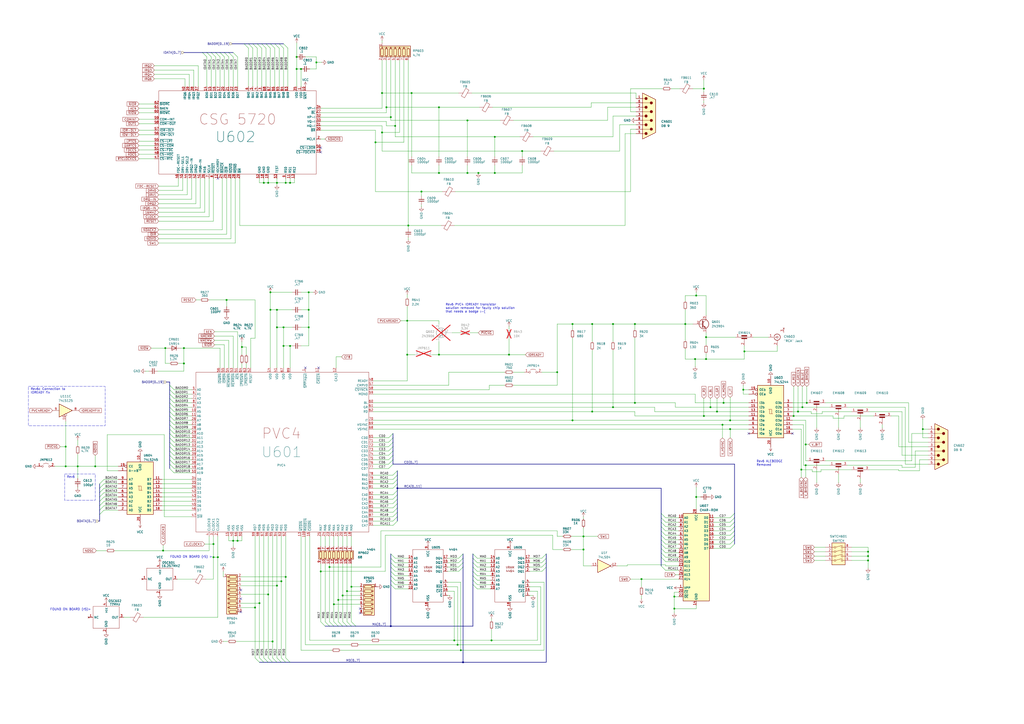
<source format=kicad_sch>
(kicad_sch (version 20231120) (generator "eeschema") (generator_version "8.0")
  (paper "A2")
  (title_block (title "Commodore PC10/CA") (rev "C") (comment 1 "312626") (comment 2 "VIDEO"))
  (junction (at 391.16 353.06))
  (junction (at 431.165 226.06))
  (junction (at 462.915 238.76))
  (junction (at 408.305 241.3))
  (junction (at 196.215 347.98))
  (junction (at 164.465 189.865))
  (junction (at 368.3 187.96))
  (junction (at 343.535 238.76))
  (junction (at 287.02 79.375))
  (junction (at 254.635 100.33))
  (junction (at 94.615 319.405))
  (junction (at 263.525 371.475))
  (junction (at 397.51 187.96))
  (junction (at 236.22 186.055))
  (junction (at 535.305 248.92))
  (junction (at 503.555 325.12))
  (junction (at 221.615 76.835))
  (junction (at 295.275 205.74))
  (junction (at 355.6 187.96))
  (junction (at 137.795 313.69))
  (junction (at 412.115 236.22))
  (junction (at 160.655 189.865))
  (junction (at 179.07 179.705))
  (junction (at 174.625 40.005))
  (junction (at 332.105 187.96))
  (junction (at 271.145 69.85))
  (junction (at 226.695 67.945))
  (junction (at 38.1 259.08))
  (junction (at 221.615 53.975))
  (junction (at 391.16 346.075))
  (junction (at 323.215 215.9))
  (junction (at 156.845 169.545))
  (junction (at 95.885 201.93))
  (junction (at 183.515 36.195))
  (junction (at 158.115 372.11))
  (junction (at 168.275 106.045))
  (junction (at 147.955 352.425))
  (junction (at 403.86 288.29))
  (junction (at 193.675 350.52))
  (junction (at 198.755 345.44))
  (junction (at 332.105 243.84))
  (junction (at 372.11 335.915))
  (junction (at 163.195 337.185))
  (junction (at 160.655 179.705))
  (junction (at 229.235 73.025))
  (junction (at 168.275 200.66))
  (junction (at 302.895 87.63))
  (junction (at 186.055 331.47))
  (junction (at 230.505 283.21))
  (junction (at 403.225 208.28))
  (junction (at 236.22 205.74))
  (junction (at 271.145 100.33))
  (junction (at 131.445 173.99))
  (junction (at 38.1 270.51))
  (junction (at 431.8 203.835))
  (junction (at 153.035 106.045))
  (junction (at 254.635 205.74))
  (junction (at 465.455 236.22))
  (junction (at 408.305 51.435))
  (junction (at 267.335 377.19))
  (junction (at 460.375 241.3))
  (junction (at 467.36 257.81))
  (junction (at 277.495 100.33))
  (junction (at 265.43 374.015))
  (junction (at 409.575 208.28))
  (junction (at 343.535 187.96))
  (junction (at 123.825 323.215))
  (junction (at 156.845 179.705))
  (junction (at 203.835 340.36))
  (junction (at 238.76 53.975))
  (junction (at 217.805 82.55))
  (junction (at 106.68 210.82))
  (junction (at 226.695 363.22))
  (junction (at 467.995 233.68))
  (junction (at 287.02 100.33))
  (junction (at 179.07 189.865))
  (junction (at 503.555 322.58))
  (junction (at 172.085 40.005))
  (junction (at 165.735 106.045))
  (junction (at 126.365 323.215))
  (junction (at 135.255 313.69))
  (junction (at 191.135 328.93))
  (junction (at 123.825 315.595))
  (junction (at 268.605 384.175))
  (junction (at 419.735 233.68))
  (junction (at 464.82 272.415))
  (junction (at 106.68 201.93))
  (junction (at 419.1 246.38))
  (junction (at 55.245 270.51))
  (junction (at 285.115 371.475))
  (junction (at 338.455 318.77))
  (junction (at 201.295 342.9))
  (junction (at 503.555 320.04))
  (junction (at 355.6 236.22))
  (junction (at 45.085 270.51))
  (junction (at 224.155 62.23))
  (junction (at 160.655 339.725))
  (junction (at 179.07 169.545))
  (junction (at 423.545 243.84))
  (junction (at 140.335 201.295))
  (junction (at 403.86 171.45))
  (junction (at 415.925 238.76))
  (junction (at 423.545 248.92))
  (junction (at 244.475 111.125))
  (junction (at 155.575 344.805))
  (junction (at 160.655 106.045))
  (junction (at 467.36 269.875))
  (junction (at 165.735 334.645))
  (junction (at 172.085 33.02))
  (junction (at 409.575 195.58))
  (junction (at 338.455 311.15))
  (junction (at 164.465 200.66))
  (junction (at 150.495 349.885))
  (junction (at 236.855 130.81))
  (junction (at 155.575 106.045))
  (junction (at 254.635 62.23))
  (junction (at 368.3 233.68))
  (no_connect (at 139.7 354.965))
  (no_connect (at 139.7 347.345))
  (no_connect (at 434.34 251.46))
  (no_connect (at 459.74 251.46))
  (no_connect (at 186.055 85.725))
  (no_connect (at 139.7 342.265))
  (no_connect (at 177.165 213.36))
  (no_connect (at 126.365 103.505))
  (no_connect (at 186.055 88.265))
  (no_connect (at 208.915 353.06))
  (no_connect (at 184.785 213.36))
  (no_connect (at 208.915 355.6))
  (bus_entry (at 226.695 336.55) (size 2.54 2.54))
  (bus_entry (at 227.965 275.59) (size 2.54 -2.54))
  (bus_entry (at 226.695 323.85) (size 2.54 2.54))
  (bus_entry (at 383.54 315.595) (size 2.54 2.54))
  (bus_entry (at 154.305 27.94) (size -2.54 -2.54))
  (bus_entry (at 57.785 288.29) (size 2.54 -2.54))
  (bus_entry (at 227.965 278.13) (size 2.54 -2.54))
  (bus_entry (at 193.675 363.22) (size -2.54 -2.54))
  (bus_entry (at 226.695 334.01) (size 2.54 2.54))
  (bus_entry (at 150.495 384.175) (size -2.54 -2.54))
  (bus_entry (at 383.54 297.815) (size 2.54 2.54))
  (bus_entry (at 120.015 33.02) (size -2.54 -2.54))
  (bus_entry (at 274.32 334.01) (size 2.54 2.54))
  (bus_entry (at 57.785 285.75) (size 2.54 -2.54))
  (bus_entry (at 98.425 233.68) (size 2.54 2.54))
  (bus_entry (at 57.785 295.91) (size 2.54 -2.54))
  (bus_entry (at 165.735 384.175) (size -2.54 -2.54))
  (bus_entry (at 191.135 363.22) (size -2.54 -2.54))
  (bus_entry (at 423.545 307.975) (size 2.54 -2.54))
  (bus_entry (at 266.065 323.85) (size 2.54 -2.54))
  (bus_entry (at 167.005 27.94) (size -2.54 -2.54))
  (bus_entry (at 423.545 313.055) (size 2.54 -2.54))
  (bus_entry (at 98.425 266.7) (size 2.54 2.54))
  (bus_entry (at 227.965 292.1) (size 2.54 -2.54))
  (bus_entry (at 225.425 261.62) (size 2.54 -2.54))
  (bus_entry (at 57.785 293.37) (size 2.54 -2.54))
  (bus_entry (at 423.545 318.135) (size 2.54 -2.54))
  (bus_entry (at 98.425 246.38) (size 2.54 2.54))
  (bus_entry (at 383.54 313.055) (size 2.54 2.54))
  (bus_entry (at 274.32 328.93) (size 2.54 2.54))
  (bus_entry (at 227.965 289.56) (size 2.54 -2.54))
  (bus_entry (at 98.425 228.6) (size 2.54 2.54))
  (bus_entry (at 196.215 363.22) (size -2.54 -2.54))
  (bus_entry (at 203.835 363.22) (size -2.54 -2.54))
  (bus_entry (at 226.695 321.31) (size 2.54 2.54))
  (bus_entry (at 225.425 269.24) (size 2.54 -2.54))
  (bus_entry (at 383.54 307.975) (size 2.54 2.54))
  (bus_entry (at 225.425 264.16) (size 2.54 -2.54))
  (bus_entry (at 130.175 33.02) (size -2.54 -2.54))
  (bus_entry (at 168.275 384.175) (size -2.54 -2.54))
  (bus_entry (at 314.325 326.39) (size 2.54 -2.54))
  (bus_entry (at 266.065 326.39) (size 2.54 -2.54))
  (bus_entry (at 274.32 323.85) (size 2.54 2.54))
  (bus_entry (at 227.965 294.64) (size 2.54 -2.54))
  (bus_entry (at 151.765 27.94) (size -2.54 -2.54))
  (bus_entry (at 161.925 27.94) (size -2.54 -2.54))
  (bus_entry (at 98.425 241.3) (size 2.54 2.54))
  (bus_entry (at 98.425 238.76) (size 2.54 2.54))
  (bus_entry (at 98.425 248.92) (size 2.54 2.54))
  (bus_entry (at 146.685 27.94) (size -2.54 -2.54))
  (bus_entry (at 227.965 297.18) (size 2.54 -2.54))
  (bus_entry (at 274.32 321.31) (size 2.54 2.54))
  (bus_entry (at 57.785 280.67) (size 2.54 -2.54))
  (bus_entry (at 98.425 271.78) (size 2.54 2.54))
  (bus_entry (at 314.325 323.85) (size 2.54 -2.54))
  (bus_entry (at 159.385 27.94) (size -2.54 -2.54))
  (bus_entry (at 137.795 33.02) (size -2.54 -2.54))
  (bus_entry (at 383.54 320.675) (size 2.54 2.54))
  (bus_entry (at 201.295 363.22) (size -2.54 -2.54))
  (bus_entry (at 227.965 283.21) (size 2.54 -2.54))
  (bus_entry (at 225.425 271.78) (size 2.54 -2.54))
  (bus_entry (at 164.465 27.94) (size -2.54 -2.54))
  (bus_entry (at 57.785 290.83) (size 2.54 -2.54))
  (bus_entry (at 98.425 223.52) (size 2.54 2.54))
  (bus_entry (at 125.095 33.02) (size -2.54 -2.54))
  (bus_entry (at 423.545 305.435) (size 2.54 -2.54))
  (bus_entry (at 57.785 283.21) (size 2.54 -2.54))
  (bus_entry (at 274.32 326.39) (size 2.54 2.54))
  (bus_entry (at 98.425 236.22) (size 2.54 2.54))
  (bus_entry (at 274.32 336.55) (size 2.54 2.54))
  (bus_entry (at 98.425 226.06) (size 2.54 2.54))
  (bus_entry (at 227.965 287.02) (size 2.54 -2.54))
  (bus_entry (at 227.965 304.8) (size 2.54 -2.54))
  (bus_entry (at 383.54 323.215) (size 2.54 2.54))
  (bus_entry (at 98.425 254) (size 2.54 2.54))
  (bus_entry (at 383.54 328.295) (size 2.54 2.54))
  (bus_entry (at 98.425 251.46) (size 2.54 2.54))
  (bus_entry (at 98.425 264.16) (size 2.54 2.54))
  (bus_entry (at 227.965 302.26) (size 2.54 -2.54))
  (bus_entry (at 225.425 266.7) (size 2.54 -2.54))
  (bus_entry (at 98.425 243.84) (size 2.54 2.54))
  (bus_entry (at 266.065 328.93) (size 2.54 -2.54))
  (bus_entry (at 274.32 331.47) (size 2.54 2.54))
  (bus_entry (at 423.545 310.515) (size 2.54 -2.54))
  (bus_entry (at 314.325 331.47) (size 2.54 -2.54))
  (bus_entry (at 198.755 363.22) (size -2.54 -2.54))
  (bus_entry (at 163.195 384.175) (size -2.54 -2.54))
  (bus_entry (at 226.695 328.93) (size 2.54 2.54))
  (bus_entry (at 225.425 256.54) (size 2.54 -2.54))
  (bus_entry (at 98.425 269.24) (size 2.54 2.54))
  (bus_entry (at 383.54 310.515) (size 2.54 2.54))
  (bus_entry (at 135.255 33.02) (size -2.54 -2.54))
  (bus_entry (at 158.115 384.175) (size -2.54 -2.54))
  (bus_entry (at 206.375 363.22) (size -2.54 -2.54))
  (bus_entry (at 227.965 280.67) (size 2.54 -2.54))
  (bus_entry (at 226.695 339.09) (size 2.54 2.54))
  (bus_entry (at 98.425 231.14) (size 2.54 2.54))
  (bus_entry (at 227.965 299.72) (size 2.54 -2.54))
  (bus_entry (at 57.785 298.45) (size 2.54 -2.54))
  (bus_entry (at 153.035 384.175) (size -2.54 -2.54))
  (bus_entry (at 98.425 259.08) (size 2.54 2.54))
  (bus_entry (at 266.065 331.47) (size 2.54 -2.54))
  (bus_entry (at 423.545 300.355) (size 2.54 -2.54))
  (bus_entry (at 160.655 384.175) (size -2.54 -2.54))
  (bus_entry (at 225.425 259.08) (size 2.54 -2.54))
  (bus_entry (at 132.715 33.02) (size -2.54 -2.54))
  (bus_entry (at 144.145 27.94) (size -2.54 -2.54))
  (bus_entry (at 423.545 315.595) (size 2.54 -2.54))
  (bus_entry (at 226.695 326.39) (size 2.54 2.54))
  (bus_entry (at 98.425 261.62) (size 2.54 2.54))
  (bus_entry (at 383.54 302.895) (size 2.54 2.54))
  (bus_entry (at 127.635 33.02) (size -2.54 -2.54))
  (bus_entry (at 98.425 256.54) (size 2.54 2.54))
  (bus_entry (at 122.555 33.02) (size -2.54 -2.54))
  (bus_entry (at 149.225 27.94) (size -2.54 -2.54))
  (bus_entry (at 156.845 27.94) (size -2.54 -2.54))
  (bus_entry (at 225.425 254) (size 2.54 -2.54))
  (bus_entry (at 226.695 331.47) (size 2.54 2.54))
  (bus_entry (at 314.325 328.93) (size 2.54 -2.54))
  (bus_entry (at 383.54 305.435) (size 2.54 2.54))
  (bus_entry (at 423.545 302.895) (size 2.54 -2.54))
  (bus_entry (at 155.575 384.175) (size -2.54 -2.54))
  (bus_entry (at 188.595 363.22) (size -2.54 -2.54))
  (bus_entry (at 274.32 339.09) (size 2.54 2.54))
  (bus_entry (at 383.54 318.135) (size 2.54 2.54))
  (bus_entry (at 383.54 300.355) (size 2.54 2.54))
  (wire (pts (xy 95.25 299.72) (xy 95.25 252.095)))
  (bus (pts (xy 227.965 266.7) (xy 227.965 269.24)))
  (wire (pts (xy 467.995 224.155) (xy 467.995 233.68)))
  (wire (pts (xy 530.86 261.62) (xy 538.48 261.62)))
  (wire (pts (xy 359.41 87.63) (xy 359.41 72.39)))
  (wire (pts (xy 45.085 255.27) (xy 45.085 258.445)))
  (wire (pts (xy 124.46 194.945) (xy 135.255 194.945)))
  (wire (pts (xy 221.615 87.63) (xy 221.615 76.835)))
  (wire (pts (xy 45.085 283.21) (xy 45.085 282.575)))
  (wire (pts (xy 307.34 326.39) (xy 314.325 326.39)))
  (wire (pts (xy 172.085 33.02) (xy 172.085 40.005)))
  (wire (pts (xy 365.76 64.77) (xy 365.76 51.435)))
  (wire (pts (xy 464.82 248.92) (xy 464.82 272.415)))
  (wire (pts (xy 139.7 334.645) (xy 165.735 334.645)))
  (wire (pts (xy 259.715 323.85) (xy 266.065 323.85)))
  (wire (pts (xy 403.225 233.68) (xy 419.735 233.68)))
  (wire (pts (xy 158.115 311.15) (xy 158.115 372.11)))
  (bus (pts (xy 151.765 25.4) (xy 154.305 25.4)))
  (wire (pts (xy 254.635 205.74) (xy 295.275 205.74)))
  (wire (pts (xy 476.25 273.685) (xy 476.25 272.415)))
  (wire (pts (xy 409.575 193.04) (xy 409.575 195.58)))
  (wire (pts (xy 527.05 233.68) (xy 527.05 256.54)))
  (wire (pts (xy 528.955 251.46) (xy 538.48 251.46)))
  (bus (pts (xy 230.505 289.56) (xy 230.505 292.1)))
  (bus (pts (xy 383.54 315.595) (xy 383.54 318.135)))
  (wire (pts (xy 271.145 100.33) (xy 277.495 100.33)))
  (wire (pts (xy 165.735 334.645) (xy 165.735 381.635)))
  (wire (pts (xy 174.625 40.005) (xy 174.625 50.165)))
  (wire (pts (xy 140.335 198.12) (xy 140.335 201.295)))
  (bus (pts (xy 98.425 256.54) (xy 98.425 259.08)))
  (wire (pts (xy 217.805 75.565) (xy 217.805 82.55)))
  (bus (pts (xy 201.295 363.22) (xy 203.835 363.22)))
  (wire (pts (xy 244.475 111.125) (xy 256.54 111.125)))
  (wire (pts (xy 196.215 311.15) (xy 196.215 316.865)))
  (wire (pts (xy 216.535 256.54) (xy 225.425 256.54)))
  (wire (pts (xy 216.535 287.02) (xy 227.965 287.02)))
  (wire (pts (xy 391.16 353.06) (xy 391.16 355.6)))
  (wire (pts (xy 368.3 187.96) (xy 397.51 187.96)))
  (wire (pts (xy 92.075 107.95) (xy 103.505 107.95)))
  (wire (pts (xy 486.41 274.955) (xy 486.41 280.035)))
  (wire (pts (xy 161.925 27.94) (xy 161.925 50.165)))
  (wire (pts (xy 221.615 53.975) (xy 238.76 53.975)))
  (wire (pts (xy 244.475 111.125) (xy 244.475 113.665)))
  (wire (pts (xy 250.825 205.74) (xy 254.635 205.74)))
  (wire (pts (xy 409.575 195.58) (xy 426.72 195.58)))
  (wire (pts (xy 113.665 118.11) (xy 113.665 103.505)))
  (wire (pts (xy 139.065 130.81) (xy 236.855 130.81)))
  (wire (pts (xy 168.275 103.505) (xy 168.275 106.045)))
  (bus (pts (xy 230.505 278.13) (xy 230.505 280.67)))
  (bus (pts (xy 230.505 294.64) (xy 230.505 297.18)))
  (wire (pts (xy 229.235 339.09) (xy 236.855 339.09)))
  (wire (pts (xy 450.85 203.835) (xy 431.8 203.835)))
  (wire (pts (xy 93.98 290.83) (xy 111.125 290.83)))
  (bus (pts (xy 125.095 30.48) (xy 127.635 30.48)))
  (wire (pts (xy 465.455 224.155) (xy 465.455 236.22)))
  (bus (pts (xy 274.32 334.01) (xy 274.32 336.55)))
  (wire (pts (xy 142.875 205.74) (xy 142.875 201.295)))
  (wire (pts (xy 259.715 337.82) (xy 267.335 337.82)))
  (wire (pts (xy 486.41 241.3) (xy 486.41 248.285)))
  (bus (pts (xy 98.425 223.52) (xy 98.425 226.06)))
  (wire (pts (xy 121.285 125.73) (xy 121.285 103.505)))
  (wire (pts (xy 229.235 79.375) (xy 229.235 73.025)))
  (wire (pts (xy 123.825 311.15) (xy 123.825 315.595)))
  (wire (pts (xy 186.055 67.945) (xy 226.695 67.945)))
  (wire (pts (xy 66.675 319.405) (xy 94.615 319.405)))
  (wire (pts (xy 220.98 328.93) (xy 220.98 307.975)))
  (wire (pts (xy 172.085 24.765) (xy 172.085 33.02)))
  (wire (pts (xy 84.455 215.265) (xy 86.36 215.265)))
  (wire (pts (xy 419.735 231.14) (xy 419.735 233.68)))
  (wire (pts (xy 259.715 342.9) (xy 263.525 342.9)))
  (wire (pts (xy 462.915 224.155) (xy 462.915 238.76)))
  (wire (pts (xy 194.945 213.36) (xy 194.945 207.01)))
  (wire (pts (xy 287.02 79.375) (xy 229.235 79.375)))
  (bus (pts (xy 426.085 297.815) (xy 426.085 300.355)))
  (wire (pts (xy 368.935 57.15) (xy 368.935 53.975)))
  (wire (pts (xy 92.075 128.27) (xy 123.825 128.27)))
  (wire (pts (xy 95.885 201.93) (xy 97.155 201.93)))
  (wire (pts (xy 60.325 293.37) (xy 68.58 293.37)))
  (wire (pts (xy 323.215 223.52) (xy 323.215 215.9)))
  (wire (pts (xy 198.755 345.44) (xy 198.755 360.68)))
  (wire (pts (xy 164.465 189.865) (xy 169.545 189.865)))
  (wire (pts (xy 147.955 196.215) (xy 147.955 173.99)))
  (wire (pts (xy 198.755 311.15) (xy 198.755 316.865)))
  (wire (pts (xy 397.51 202.565) (xy 397.51 208.28)))
  (bus (pts (xy 226.695 336.55) (xy 226.695 339.09)))
  (wire (pts (xy 368.3 233.68) (xy 391.795 233.68)))
  (bus (pts (xy 227.965 261.62) (xy 227.965 264.16)))
  (wire (pts (xy 145.415 196.215) (xy 147.955 196.215)))
  (wire (pts (xy 93.98 283.21) (xy 111.125 283.21)))
  (wire (pts (xy 386.08 300.355) (xy 393.7 300.355)))
  (wire (pts (xy 414.02 310.515) (xy 423.545 310.515)))
  (wire (pts (xy 414.02 300.355) (xy 423.545 300.355)))
  (wire (pts (xy 254.635 95.885) (xy 254.635 100.33)))
  (wire (pts (xy 503.555 320.04) (xy 503.555 322.58)))
  (wire (pts (xy 153.035 106.045) (xy 155.575 106.045)))
  (wire (pts (xy 137.16 372.11) (xy 158.115 372.11)))
  (wire (pts (xy 236.855 130.81) (xy 236.855 132.715)))
  (wire (pts (xy 156.845 169.545) (xy 169.545 169.545)))
  (wire (pts (xy 111.125 115.57) (xy 111.125 103.505)))
  (wire (pts (xy 193.675 311.15) (xy 193.675 316.865)))
  (bus (pts (xy 383.54 283.21) (xy 383.54 297.815)))
  (bus (pts (xy 226.695 328.93) (xy 226.695 331.47)))
  (wire (pts (xy 216.535 292.1) (xy 227.965 292.1)))
  (wire (pts (xy 297.815 215.9) (xy 304.165 215.9)))
  (wire (pts (xy 80.645 89.535) (xy 89.535 89.535)))
  (wire (pts (xy 471.17 272.415) (xy 471.17 273.685)))
  (wire (pts (xy 216.535 297.18) (xy 227.965 297.18)))
  (wire (pts (xy 60.325 285.75) (xy 68.58 285.75)))
  (wire (pts (xy 240.665 205.74) (xy 236.22 205.74)))
  (wire (pts (xy 93.98 295.91) (xy 111.125 295.91)))
  (wire (pts (xy 264.16 111.125) (xy 365.76 111.125)))
  (wire (pts (xy 393.7 343.535) (xy 391.16 343.535)))
  (wire (pts (xy 92.075 113.03) (xy 108.585 113.03)))
  (bus (pts (xy 98.425 241.3) (xy 98.425 243.84)))
  (wire (pts (xy 132.715 311.15) (xy 132.715 313.69)))
  (wire (pts (xy 409.575 208.28) (xy 409.575 205.105)))
  (wire (pts (xy 156.845 213.36) (xy 156.845 179.705)))
  (wire (pts (xy 118.745 123.19) (xy 118.745 103.505)))
  (wire (pts (xy 216.535 264.16) (xy 225.425 264.16)))
  (wire (pts (xy 92.075 123.19) (xy 118.745 123.19)))
  (bus (pts (xy 98.425 231.14) (xy 98.425 233.68)))
  (bus (pts (xy 106.68 30.48) (xy 117.475 30.48)))
  (wire (pts (xy 150.495 311.15) (xy 150.495 349.885)))
  (bus (pts (xy 193.675 363.22) (xy 196.215 363.22)))
  (bus (pts (xy 426.085 313.055) (xy 426.085 315.595)))
  (bus (pts (xy 57.785 298.45) (xy 57.785 302.26)))
  (wire (pts (xy 139.7 352.425) (xy 147.955 352.425)))
  (wire (pts (xy 123.825 315.595) (xy 123.825 323.215)))
  (wire (pts (xy 229.235 341.63) (xy 236.855 341.63)))
  (bus (pts (xy 383.54 318.135) (xy 383.54 320.675)))
  (bus (pts (xy 227.965 254) (xy 227.965 256.54)))
  (wire (pts (xy 140.335 313.69) (xy 140.335 311.15)))
  (wire (pts (xy 472.44 322.58) (xy 478.79 322.58)))
  (bus (pts (xy 274.32 323.85) (xy 274.32 326.39)))
  (wire (pts (xy 106.68 215.265) (xy 91.44 215.265)))
  (wire (pts (xy 414.02 313.055) (xy 423.545 313.055)))
  (wire (pts (xy 127.635 33.02) (xy 127.635 50.165)))
  (wire (pts (xy 106.68 201.93) (xy 127.635 201.93)))
  (bus (pts (xy 227.965 264.16) (xy 227.965 266.7)))
  (wire (pts (xy 216.535 254) (xy 225.425 254)))
  (wire (pts (xy 100.965 254) (xy 111.125 254)))
  (bus (pts (xy 268.605 323.85) (xy 268.605 326.39)))
  (wire (pts (xy 92.075 115.57) (xy 111.125 115.57)))
  (wire (pts (xy 120.015 33.02) (xy 120.015 50.165)))
  (wire (pts (xy 155.575 344.805) (xy 155.575 381.635)))
  (bus (pts (xy 226.695 339.09) (xy 226.695 363.22)))
  (wire (pts (xy 503.555 322.58) (xy 503.555 325.12)))
  (wire (pts (xy 467.36 269.875) (xy 467.36 276.86)))
  (wire (pts (xy 216.535 283.21) (xy 227.965 283.21)))
  (wire (pts (xy 343.535 203.2) (xy 343.535 238.76)))
  (wire (pts (xy 93.98 280.67) (xy 111.125 280.67)))
  (bus (pts (xy 383.54 300.355) (xy 383.54 302.895)))
  (wire (pts (xy 295.275 205.74) (xy 304.8 205.74)))
  (bus (pts (xy 274.32 321.31) (xy 274.32 323.85)))
  (wire (pts (xy 403.86 351.155) (xy 403.86 353.06)))
  (wire (pts (xy 170.815 106.045) (xy 170.815 103.505)))
  (wire (pts (xy 403.225 228.6) (xy 403.225 233.68)))
  (wire (pts (xy 528.955 267.335) (xy 528.955 251.46)))
  (bus (pts (xy 230.505 275.59) (xy 230.505 278.13)))
  (wire (pts (xy 118.745 315.595) (xy 123.825 315.595)))
  (bus (pts (xy 230.505 273.05) (xy 230.505 275.59)))
  (wire (pts (xy 342.9 62.23) (xy 285.75 62.23)))
  (wire (pts (xy 93.98 293.37) (xy 111.125 293.37)))
  (wire (pts (xy 503.555 325.12) (xy 503.555 329.565)))
  (wire (pts (xy 295.275 196.215) (xy 295.275 205.74)))
  (wire (pts (xy 150.495 103.505) (xy 150.495 106.045)))
  (wire (pts (xy 372.11 347.345) (xy 372.11 345.44)))
  (wire (pts (xy 155.575 106.045) (xy 160.655 106.045)))
  (wire (pts (xy 283.845 226.06) (xy 283.845 223.52)))
  (bus (pts (xy 163.195 384.175) (xy 165.735 384.175)))
  (wire (pts (xy 179.07 179.705) (xy 179.07 169.545)))
  (bus (pts (xy 98.425 259.08) (xy 98.425 261.62)))
  (wire (pts (xy 470.535 238.76) (xy 470.535 240.03)))
  (wire (pts (xy 160.655 311.15) (xy 160.655 339.725)))
  (wire (pts (xy 368.935 64.77) (xy 365.76 64.77)))
  (bus (pts (xy 274.32 331.47) (xy 274.32 334.01)))
  (wire (pts (xy 100.965 241.3) (xy 111.125 241.3)))
  (wire (pts (xy 93.98 285.75) (xy 111.125 285.75)))
  (bus (pts (xy 227.965 256.54) (xy 227.965 259.08)))
  (wire (pts (xy 525.145 236.22) (xy 525.145 269.24)))
  (wire (pts (xy 137.795 33.02) (xy 137.795 50.165)))
  (wire (pts (xy 386.08 325.755) (xy 393.7 325.755)))
  (wire (pts (xy 100.965 274.32) (xy 111.125 274.32)))
  (wire (pts (xy 342.9 59.69) (xy 342.9 62.23)))
  (wire (pts (xy 491.49 236.22) (xy 525.145 236.22)))
  (wire (pts (xy 368.3 241.3) (xy 408.305 241.3)))
  (wire (pts (xy 55.88 319.405) (xy 61.595 319.405)))
  (wire (pts (xy 223.52 310.515) (xy 320.675 310.515)))
  (wire (pts (xy 262.255 193.04) (xy 267.335 193.04)))
  (wire (pts (xy 379.73 236.22) (xy 379.73 238.76)))
  (wire (pts (xy 83.185 358.14) (xy 126.365 358.14)))
  (wire (pts (xy 368.935 59.69) (xy 342.9 59.69)))
  (bus (pts (xy 274.32 336.55) (xy 274.32 339.09)))
  (wire (pts (xy 194.945 207.01) (xy 198.12 207.01)))
  (wire (pts (xy 132.715 197.485) (xy 132.715 213.36)))
  (wire (pts (xy 254.635 186.055) (xy 254.635 187.96)))
  (wire (pts (xy 338.455 311.15) (xy 331.47 311.15)))
  (wire (pts (xy 236.855 139.065) (xy 236.855 137.795)))
  (wire (pts (xy 62.23 252.095) (xy 62.23 273.05)))
  (wire (pts (xy 297.815 223.52) (xy 323.215 223.52)))
  (bus (pts (xy 98.425 248.92) (xy 98.425 251.46)))
  (wire (pts (xy 459.74 233.68) (xy 467.995 233.68)))
  (wire (pts (xy 186.055 311.15) (xy 186.055 316.865)))
  (wire (pts (xy 121.285 319.405) (xy 121.285 311.15)))
  (wire (pts (xy 174.625 179.705) (xy 179.07 179.705)))
  (wire (pts (xy 169.545 179.705) (xy 160.655 179.705)))
  (wire (pts (xy 140.335 210.82) (xy 140.335 213.36)))
  (wire (pts (xy 338.455 328.295) (xy 338.455 318.77)))
  (wire (pts (xy 192.405 377.19) (xy 174.625 377.19)))
  (wire (pts (xy 323.215 187.96) (xy 332.105 187.96)))
  (wire (pts (xy 100.965 228.6) (xy 111.125 228.6)))
  (bus (pts (xy 98.425 236.22) (xy 98.425 238.76)))
  (wire (pts (xy 92.075 110.49) (xy 106.045 110.49)))
  (wire (pts (xy 533.4 266.7) (xy 538.48 266.7)))
  (wire (pts (xy 467.36 243.84) (xy 467.36 257.81)))
  (wire (pts (xy 124.46 197.485) (xy 132.715 197.485)))
  (bus (pts (xy 230.505 297.18) (xy 230.505 299.72)))
  (wire (pts (xy 139.7 344.805) (xy 155.575 344.805)))
  (bus (pts (xy 158.115 384.175) (xy 160.655 384.175)))
  (wire (pts (xy 186.055 73.025) (xy 221.615 73.025)))
  (bus (pts (xy 230.505 284.48) (xy 230.505 287.02)))
  (wire (pts (xy 215.265 371.475) (xy 179.705 371.475)))
  (wire (pts (xy 355.6 203.2) (xy 355.6 236.22)))
  (wire (pts (xy 100.965 236.22) (xy 111.125 236.22)))
  (wire (pts (xy 93.98 278.13) (xy 111.125 278.13)))
  (wire (pts (xy 481.33 269.875) (xy 467.36 269.875)))
  (wire (pts (xy 409.575 182.88) (xy 409.575 171.45)))
  (wire (pts (xy 95.25 252.095) (xy 62.23 252.095)))
  (wire (pts (xy 164.465 200.66) (xy 168.275 200.66)))
  (bus (pts (xy 426.085 307.975) (xy 426.085 310.515)))
  (wire (pts (xy 220.345 371.475) (xy 263.525 371.475)))
  (bus (pts (xy 230.505 292.1) (xy 230.505 294.64)))
  (wire (pts (xy 229.235 336.55) (xy 236.855 336.55)))
  (wire (pts (xy 165.735 311.15) (xy 165.735 334.645)))
  (wire (pts (xy 128.905 133.35) (xy 128.905 103.505)))
  (bus (pts (xy 117.475 30.48) (xy 120.015 30.48)))
  (wire (pts (xy 521.335 273.05) (xy 533.4 273.05)))
  (wire (pts (xy 186.055 65.405) (xy 224.155 65.405)))
  (bus (pts (xy 316.865 323.85) (xy 316.865 326.39)))
  (wire (pts (xy 139.065 103.505) (xy 139.065 130.81)))
  (wire (pts (xy 403.86 171.45) (xy 397.51 171.45)))
  (wire (pts (xy 414.02 315.595) (xy 423.545 315.595)))
  (bus (pts (xy 165.735 384.175) (xy 168.275 384.175)))
  (bus (pts (xy 226.695 323.85) (xy 226.695 326.39)))
  (wire (pts (xy 471.17 273.685) (xy 476.25 273.685)))
  (wire (pts (xy 167.005 27.94) (xy 167.005 50.165)))
  (wire (pts (xy 186.055 70.485) (xy 224.155 70.485)))
  (bus (pts (xy 268.605 384.175) (xy 316.865 384.175)))
  (bus (pts (xy 426.085 305.435) (xy 426.085 307.975)))
  (wire (pts (xy 109.855 43.18) (xy 109.855 50.165)))
  (wire (pts (xy 276.86 339.09) (xy 284.48 339.09)))
  (wire (pts (xy 523.24 269.875) (xy 523.24 271.145)))
  (wire (pts (xy 521.335 241.3) (xy 521.335 259.08)))
  (wire (pts (xy 147.955 352.425) (xy 147.955 381.635)))
  (bus (pts (xy 98.425 221.615) (xy 98.425 223.52)))
  (bus (pts (xy 98.425 238.76) (xy 98.425 241.3)))
  (bus (pts (xy 268.605 326.39) (xy 268.605 328.93)))
  (wire (pts (xy 160.655 189.865) (xy 160.655 213.36)))
  (wire (pts (xy 254.635 186.055) (xy 236.22 186.055)))
  (bus (pts (xy 98.425 269.24) (xy 98.425 271.78)))
  (wire (pts (xy 142.875 210.82) (xy 142.875 213.36)))
  (wire (pts (xy 216.535 259.08) (xy 225.425 259.08)))
  (wire (pts (xy 216.535 275.59) (xy 227.965 275.59)))
  (wire (pts (xy 201.295 342.9) (xy 201.295 360.68)))
  (wire (pts (xy 467.36 267.335) (xy 468.63 267.335)))
  (wire (pts (xy 459.74 248.92) (xy 464.82 248.92)))
  (wire (pts (xy 135.255 33.02) (xy 135.255 50.165)))
  (wire (pts (xy 368.935 53.975) (xy 273.685 53.975)))
  (wire (pts (xy 313.69 340.36) (xy 307.34 340.36)))
  (wire (pts (xy 362.585 130.81) (xy 362.585 77.47)))
  (wire (pts (xy 151.765 27.94) (xy 151.765 50.165)))
  (wire (pts (xy 55.245 264.16) (xy 55.245 270.51)))
  (wire (pts (xy 423.545 248.92) (xy 423.545 254)))
  (bus (pts (xy 274.32 339.09) (xy 274.32 363.22)))
  (wire (pts (xy 60.325 295.91) (xy 68.58 295.91)))
  (wire (pts (xy 494.03 320.04) (xy 503.555 320.04)))
  (bus (pts (xy 120.015 30.48) (xy 122.555 30.48)))
  (wire (pts (xy 236.22 205.74) (xy 236.22 186.055)))
  (wire (pts (xy 221.615 34.925) (xy 221.615 53.975)))
  (wire (pts (xy 287.02 100.33) (xy 302.895 100.33)))
  (wire (pts (xy 238.76 53.975) (xy 238.76 90.805)))
  (wire (pts (xy 331.47 318.77) (xy 338.455 318.77)))
  (bus (pts (xy 226.695 321.31) (xy 226.695 323.85)))
  (wire (pts (xy 80.645 60.325) (xy 89.535 60.325)))
  (wire (pts (xy 216.535 261.62) (xy 225.425 261.62)))
  (wire (pts (xy 397.51 179.705) (xy 397.51 187.96)))
  (wire (pts (xy 38.1 244.475) (xy 38.1 259.08)))
  (wire (pts (xy 386.08 320.675) (xy 393.7 320.675)))
  (bus (pts (xy 57.785 293.37) (xy 57.785 295.91)))
  (wire (pts (xy 302.895 100.33) (xy 302.895 95.885)))
  (wire (pts (xy 414.02 307.975) (xy 423.545 307.975)))
  (wire (pts (xy 307.34 323.85) (xy 314.325 323.85)))
  (bus (pts (xy 160.655 384.175) (xy 163.195 384.175)))
  (wire (pts (xy 160.655 106.045) (xy 165.735 106.045)))
  (bus (pts (xy 206.375 363.22) (xy 226.695 363.22)))
  (wire (pts (xy 92.075 120.65) (xy 116.205 120.65)))
  (wire (pts (xy 174.625 200.66) (xy 179.07 200.66)))
  (wire (pts (xy 150.495 349.885) (xy 150.495 381.635)))
  (wire (pts (xy 386.08 323.215) (xy 393.7 323.215)))
  (wire (pts (xy 123.825 128.27) (xy 123.825 103.505)))
  (bus (pts (xy 98.425 246.38) (xy 98.425 248.92)))
  (wire (pts (xy 217.805 82.55) (xy 217.805 111.125)))
  (wire (pts (xy 111.125 299.72) (xy 95.25 299.72)))
  (wire (pts (xy 216.535 280.67) (xy 227.965 280.67)))
  (wire (pts (xy 483.235 242.57) (xy 489.585 242.57)))
  (bus (pts (xy 154.305 25.4) (xy 156.845 25.4)))
  (wire (pts (xy 263.525 371.475) (xy 285.115 371.475)))
  (wire (pts (xy 414.02 302.895) (xy 423.545 302.895)))
  (wire (pts (xy 224.155 73.025) (xy 229.235 73.025)))
  (wire (pts (xy 403.86 169.545) (xy 403.86 171.45)))
  (wire (pts (xy 146.685 27.94) (xy 146.685 50.165)))
  (bus (pts (xy 426.085 302.895) (xy 426.085 305.435)))
  (bus (pts (xy 98.425 261.62) (xy 98.425 264.16)))
  (wire (pts (xy 177.165 374.015) (xy 177.165 311.15)))
  (wire (pts (xy 165.735 103.505) (xy 165.735 106.045)))
  (wire (pts (xy 208.28 374.015) (xy 265.43 374.015)))
  (bus (pts (xy 227.965 251.46) (xy 227.965 254)))
  (wire (pts (xy 460.375 241.3) (xy 483.235 241.3)))
  (wire (pts (xy 276.86 323.85) (xy 284.48 323.85)))
  (wire (pts (xy 393.7 328.295) (xy 386.08 328.295)))
  (bus (pts (xy 98.425 254) (xy 98.425 256.54)))
  (wire (pts (xy 476.885 240.03) (xy 476.885 238.76)))
  (wire (pts (xy 259.715 331.47) (xy 266.065 331.47)))
  (wire (pts (xy 124.46 192.405) (xy 137.795 192.405)))
  (wire (pts (xy 186.055 327.025) (xy 186.055 331.47)))
  (bus (pts (xy 316.865 328.93) (xy 316.865 384.175)))
  (wire (pts (xy 89.535 43.18) (xy 109.855 43.18)))
  (wire (pts (xy 80.645 86.995) (xy 89.535 86.995)))
  (wire (pts (xy 168.275 200.66) (xy 168.275 213.36)))
  (wire (pts (xy 386.08 302.895) (xy 393.7 302.895)))
  (wire (pts (xy 236.855 130.81) (xy 255.905 130.81)))
  (bus (pts (xy 274.32 328.93) (xy 274.32 331.47)))
  (wire (pts (xy 137.795 192.405) (xy 137.795 213.36)))
  (wire (pts (xy 355.6 187.96) (xy 368.3 187.96)))
  (wire (pts (xy 332.105 243.84) (xy 423.545 243.84)))
  (wire (pts (xy 285.115 371.475) (xy 311.785 371.475)))
  (wire (pts (xy 139.7 349.885) (xy 150.495 349.885)))
  (wire (pts (xy 216.535 302.26) (xy 227.965 302.26)))
  (wire (pts (xy 95.885 210.82) (xy 95.885 201.93)))
  (wire (pts (xy 231.775 34.925) (xy 231.775 76.835)))
  (wire (pts (xy 523.24 238.76) (xy 523.24 264.16)))
  (wire (pts (xy 169.545 200.66) (xy 168.275 200.66)))
  (wire (pts (xy 60.325 290.83) (xy 68.58 290.83)))
  (wire (pts (xy 216.535 226.06) (xy 283.845 226.06)))
  (wire (pts (xy 100.965 226.06) (xy 111.125 226.06)))
  (wire (pts (xy 259.715 326.39) (xy 266.065 326.39)))
  (wire (pts (xy 164.465 213.36) (xy 164.465 200.66)))
  (wire (pts (xy 285.115 358.775) (xy 285.115 360.045)))
  (wire (pts (xy 412.115 236.22) (xy 434.34 236.22)))
  (bus (pts (xy 149.225 25.4) (xy 151.765 25.4)))
  (wire (pts (xy 165.735 106.045) (xy 168.275 106.045)))
  (wire (pts (xy 92.075 138.43) (xy 133.985 138.43)))
  (wire (pts (xy 386.08 318.135) (xy 393.7 318.135)))
  (wire (pts (xy 467.36 257.81) (xy 467.36 267.335)))
  (wire (pts (xy 359.41 72.39) (xy 368.935 72.39)))
  (wire (pts (xy 100.965 271.78) (xy 111.125 271.78)))
  (wire (pts (xy 75.565 358.14) (xy 71.755 358.14)))
  (wire (pts (xy 307.34 328.93) (xy 314.325 328.93)))
  (wire (pts (xy 287.02 79.375) (xy 287.02 90.805)))
  (wire (pts (xy 159.385 27.94) (xy 159.385 50.165)))
  (wire (pts (xy 216.535 248.92) (xy 423.545 248.92)))
  (wire (pts (xy 135.255 311.15) (xy 135.255 313.69)))
  (wire (pts (xy 156.845 179.705) (xy 156.845 169.545)))
  (wire (pts (xy 193.675 350.52) (xy 208.915 350.52)))
  (wire (pts (xy 372.11 335.915) (xy 372.11 340.36)))
  (wire (pts (xy 168.275 106.045) (xy 170.815 106.045)))
  (wire (pts (xy 338.455 318.77) (xy 338.455 311.15)))
  (wire (pts (xy 125.095 33.02) (xy 125.095 50.165)))
  (wire (pts (xy 224.155 70.485) (xy 224.155 73.025)))
  (wire (pts (xy 277.495 100.33) (xy 287.02 100.33)))
  (wire (pts (xy 135.255 194.945) (xy 135.255 213.36)))
  (wire (pts (xy 276.86 334.01) (xy 284.48 334.01)))
  (wire (pts (xy 332.105 187.96) (xy 343.535 187.96)))
  (wire (pts (xy 224.155 65.405) (xy 224.155 62.23)))
  (wire (pts (xy 62.23 273.05) (xy 68.58 273.05)))
  (wire (pts (xy 415.925 238.76) (xy 434.34 238.76)))
  (wire (pts (xy 191.135 327.025) (xy 191.135 328.93)))
  (wire (pts (xy 172.085 40.005) (xy 172.085 50.165)))
  (wire (pts (xy 302.895 87.63) (xy 221.615 87.63)))
  (wire (pts (xy 158.115 372.11) (xy 158.115 381.635)))
  (wire (pts (xy 221.615 76.835) (xy 231.775 76.835)))
  (wire (pts (xy 406.4 288.29) (xy 403.86 288.29)))
  (wire (pts (xy 150.495 106.045) (xy 153.035 106.045)))
  (bus (pts (xy 98.425 264.16) (xy 98.425 266.7)))
  (wire (pts (xy 153.035 103.505) (xy 153.035 106.045)))
  (wire (pts (xy 403.86 288.29) (xy 403.86 295.275)))
  (bus (pts (xy 227.965 269.24) (xy 426.085 269.24)))
  (wire (pts (xy 155.575 311.15) (xy 155.575 344.805)))
  (bus (pts (xy 168.275 384.175) (xy 268.605 384.175)))
  (wire (pts (xy 391.16 353.06) (xy 403.86 353.06)))
  (wire (pts (xy 315.595 377.19) (xy 315.595 337.82)))
  (wire (pts (xy 391.795 236.22) (xy 412.115 236.22)))
  (wire (pts (xy 229.235 34.925) (xy 229.235 73.025)))
  (wire (pts (xy 60.325 280.67) (xy 68.58 280.67)))
  (wire (pts (xy 276.86 328.93) (xy 284.48 328.93)))
  (wire (pts (xy 160.655 339.725) (xy 160.655 381.635)))
  (wire (pts (xy 132.715 313.69) (xy 135.255 313.69)))
  (wire (pts (xy 236.22 170.815) (xy 236.22 172.72)))
  (wire (pts (xy 290.195 69.85) (xy 271.145 69.85)))
  (wire (pts (xy 191.135 328.93) (xy 220.98 328.93)))
  (wire (pts (xy 129.54 372.11) (xy 132.08 372.11)))
  (wire (pts (xy 201.295 327.025) (xy 201.295 342.9)))
  (wire (pts (xy 119.38 335.915) (xy 123.825 335.915)))
  (wire (pts (xy 338.455 311.15) (xy 346.71 311.15)))
  (wire (pts (xy 365.76 335.915) (xy 372.11 335.915)))
  (wire (pts (xy 193.675 350.52) (xy 193.675 360.68)))
  (wire (pts (xy 419.1 246.38) (xy 434.34 246.38)))
  (wire (pts (xy 489.585 241.3) (xy 506.73 241.3)))
  (wire (pts (xy 260.35 223.52) (xy 260.35 215.9)))
  (wire (pts (xy 106.68 210.82) (xy 106.68 201.93)))
  (wire (pts (xy 186.055 331.47) (xy 186.055 360.68)))
  (wire (pts (xy 412.115 231.14) (xy 412.115 236.22)))
  (bus (pts (xy 188.595 363.22) (xy 191.135 363.22)))
  (wire (pts (xy 386.08 328.295) (xy 386.08 327.66)))
  (wire (pts (xy 216.535 289.56) (xy 227.965 289.56)))
  (wire (pts (xy 80.645 92.075) (xy 89.535 92.075)))
  (wire (pts (xy 332.105 187.96) (xy 332.105 191.135)))
  (wire (pts (xy 188.595 80.645) (xy 186.055 80.645)))
  (wire (pts (xy 450.85 200.66) (xy 450.85 203.835)))
  (bus (pts (xy 383.54 307.975) (xy 383.54 310.515)))
  (wire (pts (xy 100.965 264.16) (xy 111.125 264.16)))
  (wire (pts (xy 352.425 62.23) (xy 368.935 62.23)))
  (wire (pts (xy 80.645 65.405) (xy 89.535 65.405)))
  (wire (pts (xy 323.215 215.9) (xy 323.215 187.96)))
  (wire (pts (xy 470.535 240.03) (xy 476.885 240.03)))
  (wire (pts (xy 139.7 339.725) (xy 160.655 339.725)))
  (wire (pts (xy 397.51 171.45) (xy 397.51 174.625)))
  (wire (pts (xy 368.3 187.96) (xy 368.3 191.135)))
  (wire (pts (xy 473.71 238.76) (xy 473.71 248.285)))
  (wire (pts (xy 216.535 299.72) (xy 227.965 299.72)))
  (wire (pts (xy 423.545 243.84) (xy 434.34 243.84)))
  (bus (pts (xy 98.425 251.46) (xy 98.425 254)))
  (wire (pts (xy 164.465 27.94) (xy 164.465 50.165)))
  (wire (pts (xy 365.76 111.125) (xy 365.76 74.93)))
  (wire (pts (xy 216.535 278.13) (xy 227.965 278.13)))
  (wire (pts (xy 538.48 254) (xy 535.305 254)))
  (wire (pts (xy 397.51 187.96) (xy 397.51 197.485)))
  (wire (pts (xy 265.43 340.36) (xy 265.43 374.015)))
  (wire (pts (xy 408.305 59.69) (xy 408.305 58.42)))
  (wire (pts (xy 100.965 251.46) (xy 111.125 251.46)))
  (wire (pts (xy 100.965 238.76) (xy 111.125 238.76)))
  (wire (pts (xy 147.955 311.15) (xy 147.955 352.425)))
  (wire (pts (xy 276.86 326.39) (xy 284.48 326.39)))
  (wire (pts (xy 244.475 120.015) (xy 244.475 118.745)))
  (wire (pts (xy 311.785 342.9) (xy 307.34 342.9)))
  (wire (pts (xy 55.245 270.51) (xy 68.58 270.51)))
  (wire (pts (xy 386.08 307.975) (xy 393.7 307.975)))
  (bus (pts (xy 98.425 233.68) (xy 98.425 236.22)))
  (wire (pts (xy 174.625 377.19) (xy 174.625 311.15)))
  (wire (pts (xy 476.25 272.415) (xy 494.03 272.415)))
  (wire (pts (xy 123.825 335.915) (xy 123.825 323.215)))
  (wire (pts (xy 100.965 269.24) (xy 111.125 269.24)))
  (bus (pts (xy 161.925 25.4) (xy 164.465 25.4)))
  (wire (pts (xy 89.535 45.72) (xy 107.315 45.72)))
  (wire (pts (xy 203.835 311.15) (xy 203.835 316.865)))
  (wire (pts (xy 315.595 337.82) (xy 307.34 337.82)))
  (wire (pts (xy 408.305 51.435) (xy 408.305 53.34)))
  (wire (pts (xy 31.75 270.51) (xy 38.1 270.51)))
  (wire (pts (xy 197.485 377.19) (xy 267.335 377.19)))
  (wire (pts (xy 160.655 107.315) (xy 160.655 106.045)))
  (bus (pts (xy 122.555 30.48) (xy 125.095 30.48)))
  (wire (pts (xy 419.1 246.38) (xy 419.1 254)))
  (bus (pts (xy 155.575 384.175) (xy 158.115 384.175)))
  (wire (pts (xy 201.295 311.15) (xy 201.295 316.865)))
  (wire (pts (xy 216.535 243.84) (xy 332.105 243.84)))
  (wire (pts (xy 216.535 233.68) (xy 368.3 233.68)))
  (wire (pts (xy 409.575 171.45) (xy 403.86 171.45)))
  (wire (pts (xy 415.925 231.14) (xy 415.925 238.76)))
  (wire (pts (xy 229.235 331.47) (xy 236.855 331.47)))
  (bus (pts (xy 383.54 313.055) (xy 383.54 315.595)))
  (wire (pts (xy 466.09 246.38) (xy 459.74 246.38)))
  (wire (pts (xy 98.425 210.82) (xy 95.885 210.82)))
  (wire (pts (xy 323.215 311.15) (xy 326.39 311.15)))
  (bus (pts (xy 268.605 328.93) (xy 268.605 384.175)))
  (wire (pts (xy 368.3 196.215) (xy 368.3 233.68)))
  (wire (pts (xy 386.08 313.055) (xy 393.7 313.055)))
  (wire (pts (xy 135.255 313.69) (xy 137.795 313.69)))
  (wire (pts (xy 94.615 319.405) (xy 121.285 319.405)))
  (wire (pts (xy 431.165 226.06) (xy 431.165 223.52)))
  (wire (pts (xy 321.31 87.63) (xy 359.41 87.63)))
  (wire (pts (xy 203.835 340.36) (xy 208.915 340.36)))
  (wire (pts (xy 343.535 238.76) (xy 368.3 238.76)))
  (wire (pts (xy 254.635 62.23) (xy 278.13 62.23)))
  (wire (pts (xy 355.6 67.31) (xy 368.935 67.31)))
  (wire (pts (xy 431.165 228.6) (xy 431.165 226.06)))
  (wire (pts (xy 223.52 331.47) (xy 223.52 310.515)))
  (wire (pts (xy 174.625 189.865) (xy 179.07 189.865)))
  (wire (pts (xy 100.965 246.38) (xy 111.125 246.38)))
  (bus (pts (xy 426.085 310.515) (xy 426.085 313.055)))
  (wire (pts (xy 276.86 331.47) (xy 284.48 331.47)))
  (bus (pts (xy 383.54 323.215) (xy 383.54 328.295)))
  (wire (pts (xy 226.695 34.925) (xy 226.695 67.945)))
  (wire (pts (xy 403.225 208.28) (xy 409.575 208.28)))
  (wire (pts (xy 234.315 34.925) (xy 234.315 82.55)))
  (wire (pts (xy 472.44 317.5) (xy 478.79 317.5)))
  (wire (pts (xy 136.525 103.505) (xy 136.525 140.97)))
  (bus (pts (xy 230.505 283.21) (xy 230.505 284.48)))
  (wire (pts (xy 431.8 203.835) (xy 431.8 200.66)))
  (wire (pts (xy 314.325 215.9) (xy 323.215 215.9)))
  (bus (pts (xy 226.695 334.01) (xy 226.695 336.55)))
  (wire (pts (xy 89.535 38.1) (xy 114.935 38.1)))
  (wire (pts (xy 80.645 81.915) (xy 89.535 81.915)))
  (wire (pts (xy 160.655 189.865) (xy 164.465 189.865)))
  (wire (pts (xy 80.645 69.215) (xy 89.535 69.215)))
  (wire (pts (xy 352.425 69.85) (xy 352.425 62.23)))
  (bus (pts (xy 57.785 288.29) (xy 57.785 290.83)))
  (wire (pts (xy 277.495 193.04) (xy 272.415 193.04)))
  (wire (pts (xy 163.195 311.15) (xy 163.195 337.185)))
  (wire (pts (xy 106.68 210.82) (xy 106.68 215.265)))
  (wire (pts (xy 391.16 346.075) (xy 393.7 346.075)))
  (wire (pts (xy 459.74 243.84) (xy 467.36 243.84)))
  (wire (pts (xy 408.305 241.3) (xy 434.34 241.3)))
  (wire (pts (xy 467.36 257.81) (xy 469.265 257.81)))
  (wire (pts (xy 155.575 103.505) (xy 155.575 106.045)))
  (wire (pts (xy 414.02 318.135) (xy 423.545 318.135)))
  (wire (pts (xy 38.1 270.51) (xy 45.085 270.51)))
  (wire (pts (xy 494.03 325.12) (xy 503.555 325.12)))
  (wire (pts (xy 365.76 74.93) (xy 368.935 74.93)))
  (bus (pts (xy 57.785 283.21) (xy 57.785 285.75)))
  (wire (pts (xy 123.825 323.215) (xy 126.365 323.215)))
  (wire (pts (xy 362.585 77.47) (xy 368.935 77.47)))
  (wire (pts (xy 92.075 133.35) (xy 128.905 133.35)))
  (wire (pts (xy 301.625 79.375) (xy 287.02 79.375)))
  (wire (pts (xy 491.49 269.875) (xy 523.24 269.875)))
  (bus (pts (xy 198.755 363.22) (xy 201.295 363.22)))
  (wire (pts (xy 342.9 328.295) (xy 338.455 328.295)))
  (wire (pts (xy 494.03 322.58) (xy 503.555 322.58)))
  (wire (pts (xy 338.455 299.72) (xy 338.455 300.99)))
  (wire (pts (xy 124.46 200.025) (xy 130.175 200.025)))
  (wire (pts (xy 423.545 230.505) (xy 423.545 243.84)))
  (bus (pts (xy 191.135 363.22) (xy 193.675 363.22)))
  (bus (pts (xy 383.54 297.815) (xy 383.54 300.355)))
  (wire (pts (xy 216.535 271.78) (xy 225.425 271.78)))
  (wire (pts (xy 220.98 307.975) (xy 323.215 307.975)))
  (wire (pts (xy 386.08 310.515) (xy 393.7 310.515)))
  (bus (pts (xy 134.62 25.4) (xy 141.605 25.4)))
  (wire (pts (xy 391.16 346.075) (xy 391.16 353.06)))
  (wire (pts (xy 379.73 238.76) (xy 415.925 238.76)))
  (wire (pts (xy 229.235 334.01) (xy 236.855 334.01)))
  (wire (pts (xy 423.545 248.92) (xy 434.34 248.92)))
  (wire (pts (xy 467.36 269.875) (xy 466.09 269.875)))
  (wire (pts (xy 144.145 27.94) (xy 144.145 50.165)))
  (wire (pts (xy 186.055 331.47) (xy 223.52 331.47)))
  (wire (pts (xy 80.645 78.105) (xy 89.535 78.105)))
  (wire (pts (xy 535.305 254) (xy 535.305 248.92)))
  (wire (pts (xy 521.335 272.415) (xy 521.335 273.05)))
  (wire (pts (xy 503.555 317.5) (xy 503.555 320.04)))
  (wire (pts (xy 196.215 347.98) (xy 208.915 347.98)))
  (wire (pts (xy 260.985 345.44) (xy 259.715 345.44)))
  (wire (pts (xy 511.81 246.38) (xy 511.81 248.285)))
  (wire (pts (xy 221.615 62.865) (xy 221.615 53.975)))
  (wire (pts (xy 355.6 236.22) (xy 379.73 236.22)))
  (bus (pts (xy 230.505 280.67) (xy 230.505 283.21)))
  (wire (pts (xy 431.8 208.28) (xy 431.8 203.835)))
  (wire (pts (xy 267.335 377.19) (xy 315.595 377.19)))
  (wire (pts (xy 323.215 307.975) (xy 323.215 311.15)))
  (wire (pts (xy 131.445 173.99) (xy 131.445 177.8)))
  (wire (pts (xy 226.695 69.85) (xy 226.695 67.945)))
  (wire (pts (xy 238.76 95.885) (xy 238.76 100.33)))
  (wire (pts (xy 113.665 173.99) (xy 116.205 173.99)))
  (bus (pts (xy 268.605 321.31) (xy 268.605 323.85)))
  (wire (pts (xy 100.965 233.68) (xy 111.125 233.68)))
  (wire (pts (xy 156.845 179.705) (xy 160.655 179.705)))
  (wire (pts (xy 535.305 248.92) (xy 538.48 248.92)))
  (bus (pts (xy 98.425 266.7) (xy 98.425 269.24)))
  (wire (pts (xy 221.615 23.495) (xy 221.615 24.765)))
  (wire (pts (xy 307.34 331.47) (xy 314.325 331.47)))
  (wire (pts (xy 332.105 196.215) (xy 332.105 243.84)))
  (wire (pts (xy 391.795 333.375) (xy 393.7 333.375)))
  (bus (pts (xy 98.425 226.06) (xy 98.425 228.6)))
  (wire (pts (xy 198.755 345.44) (xy 208.915 345.44)))
  (bus (pts (xy 226.695 326.39) (xy 226.695 328.93)))
  (wire (pts (xy 87.63 201.93) (xy 95.885 201.93)))
  (bus (pts (xy 196.215 363.22) (xy 198.755 363.22)))
  (wire (pts (xy 93.98 288.29) (xy 111.125 288.29)))
  (wire (pts (xy 129.54 334.645) (xy 129.54 331.47)))
  (wire (pts (xy 403.225 208.28) (xy 403.225 212.725)))
  (wire (pts (xy 320.675 310.515) (xy 320.675 318.77)))
  (wire (pts (xy 102.87 335.915) (xy 111.76 335.915)))
  (bus (pts (xy 226.695 331.47) (xy 226.695 334.01)))
  (wire (pts (xy 80.645 75.565) (xy 89.535 75.565)))
  (bus (pts (xy 127.635 30.48) (xy 130.175 30.48)))
  (wire (pts (xy 436.88 195.58) (xy 445.77 195.58)))
  (wire (pts (xy 535.305 248.92) (xy 535.305 243.205)))
  (wire (pts (xy 409.575 208.28) (xy 431.8 208.28)))
  (wire (pts (xy 394.335 51.435) (xy 389.255 51.435)))
  (wire (pts (xy 94.615 316.23) (xy 94.615 319.405)))
  (bus (pts (xy 57.785 280.67) (xy 57.785 283.21)))
  (wire (pts (xy 122.555 33.02) (xy 122.555 50.165)))
  (wire (pts (xy 391.795 233.68) (xy 391.795 236.22)))
  (wire (pts (xy 355.6 79.375) (xy 355.6 67.31)))
  (wire (pts (xy 259.715 328.93) (xy 266.065 328.93)))
  (wire (pts (xy 229.235 323.85) (xy 236.855 323.85)))
  (wire (pts (xy 196.215 347.98) (xy 196.215 360.68)))
  (wire (pts (xy 149.225 27.94) (xy 149.225 50.165)))
  (wire (pts (xy 34.925 259.08) (xy 38.1 259.08)))
  (wire (pts (xy 164.465 200.66) (xy 164.465 189.865)))
  (wire (pts (xy 216.535 228.6) (xy 403.225 228.6)))
  (wire (pts (xy 100.965 248.92) (xy 111.125 248.92)))
  (wire (pts (xy 186.055 62.865) (xy 221.615 62.865)))
  (wire (pts (xy 236.22 220.98) (xy 236.22 205.74)))
  (wire (pts (xy 276.86 341.63) (xy 284.48 341.63)))
  (wire (pts (xy 80.645 84.455) (xy 89.535 84.455)))
  (wire (pts (xy 419.735 233.68) (xy 434.34 233.68)))
  (wire (pts (xy 516.89 241.3) (xy 521.335 241.3)))
  (wire (pts (xy 172.085 40.005) (xy 174.625 40.005)))
  (wire (pts (xy 196.215 327.025) (xy 196.215 347.98)))
  (wire (pts (xy 276.86 336.55) (xy 284.48 336.55)))
  (wire (pts (xy 343.535 187.96) (xy 343.535 198.12)))
  (wire (pts (xy 45.085 263.525) (xy 45.085 270.51)))
  (wire (pts (xy 106.045 110.49) (xy 106.045 103.505)))
  (wire (pts (xy 191.135 328.93) (xy 191.135 360.68)))
  (wire (pts (xy 133.985 138.43) (xy 133.985 103.505)))
  (bus (pts (xy 230.505 299.72) (xy 230.505 302.26)))
  (wire (pts (xy 504.19 238.76) (xy 523.24 238.76)))
  (wire (pts (xy 459.74 236.22) (xy 465.455 236.22)))
  (wire (pts (xy 188.595 327.025) (xy 188.595 360.68)))
  (wire (pts (xy 283.845 223.52) (xy 292.735 223.52)))
  (wire (pts (xy 136.525 140.97) (xy 92.075 140.97)))
  (wire (pts (xy 142.875 201.295) (xy 140.335 201.295)))
  (bus (pts (xy 57.785 290.83) (xy 57.785 293.37)))
  (wire (pts (xy 130.175 200.025) (xy 130.175 213.36)))
  (wire (pts (xy 201.295 342.9) (xy 208.915 342.9)))
  (wire (pts (xy 254.635 205.74) (xy 254.635 198.12)))
  (wire (pts (xy 130.175 33.02) (xy 130.175 50.165)))
  (wire (pts (xy 265.43 374.015) (xy 313.69 374.015)))
  (wire (pts (xy 145.415 196.215) (xy 145.415 213.36)))
  (wire (pts (xy 116.205 120.65) (xy 116.205 103.505)))
  (wire (pts (xy 100.965 266.7) (xy 111.125 266.7)))
  (wire (pts (xy 271.145 69.85) (xy 271.145 90.805)))
  (wire (pts (xy 183.515 36.195) (xy 183.515 33.02)))
  (wire (pts (xy 131.445 173.99) (xy 121.285 173.99)))
  (wire (pts (xy 238.76 100.33) (xy 254.635 100.33)))
  (wire (pts (xy 183.515 33.02) (xy 177.165 33.02)))
  (bus (pts (xy 383.54 305.435) (xy 383.54 307.975)))
  (wire (pts (xy 267.335 337.82) (xy 267.335 377.19)))
  (wire (pts (xy 464.82 272.415) (xy 471.17 272.415)))
  (wire (pts (xy 112.395 40.64) (xy 112.395 50.165)))
  (wire (pts (xy 193.675 327.025) (xy 193.675 350.52)))
  (wire (pts (xy 271.145 69.85) (xy 226.695 69.85)))
  (wire (pts (xy 104.775 201.93) (xy 106.68 201.93)))
  (wire (pts (xy 174.625 169.545) (xy 179.07 169.545)))
  (wire (pts (xy 100.965 231.14) (xy 111.125 231.14)))
  (wire (pts (xy 409.575 195.58) (xy 409.575 200.025)))
  (wire (pts (xy 386.08 330.835) (xy 393.7 330.835)))
  (bus (pts (xy 141.605 25.4) (xy 144.145 25.4)))
  (bus (pts (xy 316.865 326.39) (xy 316.865 328.93)))
  (wire (pts (xy 527.05 256.54) (xy 538.48 256.54)))
  (wire (pts (xy 100.965 243.84) (xy 111.125 243.84)))
  (wire (pts (xy 45.085 270.51) (xy 45.085 277.495)))
  (bus (pts (xy 57.785 285.75) (xy 57.785 288.29)))
  (wire (pts (xy 216.535 269.24) (xy 225.425 269.24)))
  (wire (pts (xy 203.2 374.015) (xy 177.165 374.015)))
  (wire (pts (xy 338.455 306.07) (xy 338.455 311.15)))
  (wire (pts (xy 478.79 267.335) (xy 528.955 267.335)))
  (bus (pts (xy 316.865 321.31) (xy 316.865 323.85)))
  (wire (pts (xy 467.995 233.68) (xy 468.63 233.68)))
  (wire (pts (xy 45.085 270.51) (xy 55.245 270.51)))
  (wire (pts (xy 224.155 62.23) (xy 254.635 62.23)))
  (wire (pts (xy 309.245 79.375) (xy 355.6 79.375)))
  (wire (pts (xy 127.635 201.93) (xy 127.635 213.36)))
  (bus (pts (xy 383.54 302.895) (xy 383.54 305.435)))
  (wire (pts (xy 478.79 233.68) (xy 527.05 233.68)))
  (wire (pts (xy 135.255 313.69) (xy 135.255 316.865)))
  (bus (pts (xy 383.54 310.515) (xy 383.54 313.055)))
  (wire (pts (xy 473.71 272.415) (xy 473.71 280.035)))
  (wire (pts (xy 114.935 38.1) (xy 114.935 50.165)))
  (wire (pts (xy 297.815 69.85) (xy 352.425 69.85)))
  (wire (pts (xy 224.155 34.925) (xy 224.155 62.23)))
  (wire (pts (xy 221.615 73.025) (xy 221.615 76.835)))
  (wire (pts (xy 38.1 259.08) (xy 38.1 270.51)))
  (wire (pts (xy 216.535 246.38) (xy 419.1 246.38)))
  (wire (pts (xy 285.115 365.125) (xy 285.115 371.475)))
  (wire (pts (xy 216.535 294.64) (xy 227.965 294.64)))
  (wire (pts (xy 179.07 200.66) (xy 179.07 189.865)))
  (bus (pts (xy 96.52 221.615) (xy 98.425 221.615)))
  (wire (pts (xy 260.35 215.9) (xy 292.735 215.9)))
  (wire (pts (xy 295.275 189.23) (xy 295.275 191.135)))
  (wire (pts (xy 408.305 231.14) (xy 408.305 241.3)))
  (bus (pts (xy 144.145 25.4) (xy 146.685 25.4)))
  (wire (pts (xy 271.145 95.885) (xy 271.145 100.33)))
  (wire (pts (xy 216.535 220.98) (xy 236.22 220.98)))
  (bus (pts (xy 383.54 320.675) (xy 383.54 323.215)))
  (wire (pts (xy 216.535 236.22) (xy 355.6 236.22)))
  (wire (pts (xy 92.075 118.11) (xy 113.665 118.11)))
  (wire (pts (xy 259.715 340.36) (xy 265.43 340.36)))
  (wire (pts (xy 107.315 45.72) (xy 107.315 50.165)))
  (wire (pts (xy 60.325 288.29) (xy 68.58 288.29)))
  (bus (pts (xy 146.685 25.4) (xy 149.225 25.4)))
  (wire (pts (xy 309.245 345.44) (xy 307.34 345.44)))
  (wire (pts (xy 179.07 169.545) (xy 181.61 169.545)))
  (wire (pts (xy 263.525 342.9) (xy 263.525 371.475)))
  (wire (pts (xy 343.535 187.96) (xy 355.6 187.96)))
  (bus (pts (xy 57.785 295.91) (xy 57.785 298.45)))
  (bus (pts (xy 230.505 287.02) (xy 230.505 289.56)))
  (wire (pts (xy 139.7 337.185) (xy 163.195 337.185)))
  (wire (pts (xy 217.805 111.125) (xy 244.475 111.125)))
  (bus (pts (xy 426.085 269.24) (xy 426.085 297.815)))
  (wire (pts (xy 89.535 40.64) (xy 112.395 40.64)))
  (wire (pts (xy 393.7 335.915) (xy 372.11 335.915)))
  (wire (pts (xy 504.19 272.415) (xy 521.335 272.415)))
  (wire (pts (xy 163.195 337.185) (xy 163.195 381.635)))
  (wire (pts (xy 386.08 327.66) (xy 363.855 327.66)))
  (bus (pts (xy 203.835 363.22) (xy 206.375 363.22)))
  (wire (pts (xy 100.965 256.54) (xy 111.125 256.54)))
  (wire (pts (xy 100.965 261.62) (xy 111.125 261.62)))
  (wire (pts (xy 140.335 201.295) (xy 140.335 205.74)))
  (bus (pts (xy 130.175 30.48) (xy 132.715 30.48)))
  (wire (pts (xy 408.305 46.355) (xy 408.305 51.435)))
  (wire (pts (xy 216.535 238.76) (xy 343.535 238.76)))
  (wire (pts (xy 92.075 135.89) (xy 131.445 135.89)))
  (wire (pts (xy 198.755 327.025) (xy 198.755 345.44)))
  (wire (pts (xy 466.09 269.875) (xy 466.09 246.38)))
  (wire (pts (xy 523.24 271.145) (xy 530.86 271.145)))
  (wire (pts (xy 472.44 320.04) (xy 478.79 320.04)))
  (wire (pts (xy 521.335 259.08) (xy 538.48 259.08)))
  (wire (pts (xy 533.4 273.05) (xy 533.4 266.7)))
  (bus (pts (xy 230.505 283.21) (xy 383.54 283.21)))
  (wire (pts (xy 397.51 187.96) (xy 401.955 187.96)))
  (wire (pts (xy 386.08 315.595) (xy 393.7 315.595)))
  (wire (pts (xy 525.145 269.24) (xy 538.48 269.24)))
  (wire (pts (xy 229.235 326.39) (xy 236.855 326.39)))
  (wire (pts (xy 313.69 374.015) (xy 313.69 340.36)))
  (wire (pts (xy 386.08 305.435) (xy 393.7 305.435)))
  (wire (pts (xy 191.135 311.15) (xy 191.135 316.865)))
  (wire (pts (xy 137.795 313.69) (xy 140.335 313.69)))
  (wire (pts (xy 499.11 277.495) (xy 499.11 280.035)))
  (wire (pts (xy 476.885 238.76) (xy 494.03 238.76)))
  (wire (pts (xy 472.44 325.12) (xy 478.79 325.12)))
  (wire (pts (xy 131.445 103.505) (xy 131.445 135.89)))
  (wire (pts (xy 108.585 113.03) (xy 108.585 103.505)))
  (wire (pts (xy 368.3 238.76) (xy 368.3 241.3)))
  (wire (pts (xy 320.675 318.77) (xy 326.39 318.77)))
  (wire (pts (xy 254.635 100.33) (xy 271.145 100.33)))
  (wire (pts (xy 188.595 311.15) (xy 188.595 316.865)))
  (wire (pts (xy 464.82 272.415) (xy 464.82 276.86)))
  (wire (pts (xy 60.325 278.13) (xy 68.58 278.13)))
  (wire (pts (xy 103.505 210.82) (xy 106.68 210.82)))
  (wire (pts (xy 365.76 51.435) (xy 384.175 51.435)))
  (wire (pts (xy 203.835 327.025) (xy 203.835 340.36)))
  (wire (pts (xy 465.455 236.22) (xy 481.33 236.22)))
  (wire (pts (xy 156.845 27.94) (xy 156.845 50.165)))
  (wire (pts (xy 179.705 371.475) (xy 179.705 311.15)))
  (wire (pts (xy 232.41 186.055) (xy 236.22 186.055)))
  (bus (pts (xy 98.425 228.6) (xy 98.425 231.14)))
  (wire (pts (xy 217.805 82.55) (xy 234.315 82.55)))
  (wire (pts (xy 236.855 34.925) (xy 236.855 130.81)))
  (wire (pts (xy 483.235 241.3) (xy 483.235 242.57)))
  (wire (pts (xy 313.69 87.63) (xy 302.895 87.63)))
  (wire (pts (xy 523.24 264.16) (xy 538.48 264.16)))
  (wire (pts (xy 460.375 224.155) (xy 460.375 241.3)))
  (wire (pts (xy 216.535 223.52) (xy 260.35 223.52)))
  (bus (pts (xy 98.425 243.84) (xy 98.425 246.38)))
  (wire (pts (xy 302.895 87.63) (xy 302.895 90.805)))
  (wire (pts (xy 311.785 371.475) (xy 311.785 342.9)))
  (wire (pts (xy 263.525 130.81) (xy 362.585 130.81)))
  (wire (pts (xy 459.74 241.3) (xy 460.375 241.3)))
  (wire (pts (xy 137.795 311.15) (xy 137.795 313.69)))
  (wire (pts (xy 459.74 238.76) (xy 462.915 238.76)))
  (wire (pts (xy 183.515 36.195) (xy 186.69 36.195)))
  (bus (pts (xy 426.085 300.355) (xy 426.085 302.895)))
  (wire (pts (xy 391.16 343.535) (xy 391.16 346.075)))
  (wire (pts (xy 254.635 62.23) (xy 254.635 90.805)))
  (wire (pts (xy 103.505 107.95) (xy 103.505 103.505)))
  (wire (pts (xy 414.02 305.435) (xy 423.545 305.435)))
  (wire (pts (xy 403.86 282.575) (xy 403.86 288.29)))
  (wire (pts (xy 179.705 40.005) (xy 183.515 40.005)))
  (wire (pts (xy 153.035 311.15) (xy 153.035 381.635)))
  (bus (pts (xy 57.15 302.26) (xy 57.785 302.26)))
  (wire (pts (xy 160.655 179.705) (xy 160.655 189.865)))
  (wire (pts (xy 363.855 328.295) (xy 358.14 328.295)))
  (wire (pts (xy 499.11 243.84) (xy 499.11 248.285)))
  (wire (pts (xy 80.645 62.865) (xy 89.535 62.865)))
  (wire (pts (xy 154.305 27.94) (xy 154.305 50.165)))
  (wire (pts (xy 287.02 95.885) (xy 287.02 100.33)))
  (wire (pts (xy 92.075 125.73) (xy 121.285 125.73)))
  (wire (pts (xy 401.955 51.435) (xy 408.305 51.435)))
  (wire (pts (xy 431.165 226.06) (xy 434.34 226.06)))
  (wire (pts (xy 363.855 327.66) (xy 363.855 328.295)))
  (wire (pts (xy 434.34 228.6) (xy 431.165 228.6)))
  (bus (pts (xy 132.715 30.48) (xy 135.255 30.48)))
  (wire (pts (xy 355.6 187.96) (xy 355.6 198.12)))
  (wire (pts (xy 489.585 242.57) (xy 489.585 241.3)))
  (wire (pts (xy 530.86 271.145) (xy 530.86 261.62)))
  (wire (pts (xy 238.76 53.975) (xy 266.065 53.975)))
  (wire (pts (xy 80.645 71.755) (xy 89.535 71.755)))
  (wire (pts (xy 160.655 103.505) (xy 160.655 106.045)))
  (wire (pts (xy 203.835 340.36) (xy 203.835 360.68)))
  (wire (pts (xy 126.365 311.15) (xy 126.365 323.215)))
  (bus (pts (xy 153.035 384.175) (xy 155.575 384.175)))
  (wire (pts (xy 494.03 317.5) (xy 503.555 317.5)))
  (wire (pts (xy 229.235 328.93) (xy 236.855 328.93)))
  (bus (pts (xy 159.385 25.4) (xy 161.925 25.4)))
  (wire (pts (xy 179.07 189.865) (xy 179.07 179.705)))
  (bus (pts (xy 274.32 326.39) (xy 274.32 328.93)))
  (bus (pts (xy 227.965 259.08) (xy 227.965 261.62)))
  (wire (pts (xy 183.515 40.005) (xy 183.515 36.195)))
  (bus (pts (xy 150.495 384.175) (xy 153.035 384.175)))
  (wire (pts (xy 216.535 266.7) (xy 225.425 266.7)))
  (wire (pts (xy 60.325 283.21) (xy 68.58 283.21)))
  (wire (pts (xy 126.365 323.215) (xy 126.365 358.14)))
  (wire (pts (xy 397.51 208.28) (xy 403.225 208.28)))
  (wire (pts (xy 216.535 304.8) (xy 227.965 304.8)))
  (wire (pts (xy 462.915 238.76) (xy 470.535 238.76)))
  (wire (pts (xy 147.955 173.99) (xy 131.445 173.99)))
  (bus (pts (xy 156.845 25.4) (xy 159.385 25.4)))
  (wire (pts (xy 186.055 75.565) (xy 217.805 75.565)))
  (wire (pts (xy 100.965 259.08) (xy 111.125 259.08)))
  (wire (pts (xy 236.22 186.055) (xy 236.22 177.8)))
  (bus (pts (xy 226.695 363.22) (xy 274.32 363.22)))
  (wire (pts (xy 132.715 33.02) (xy 132.715 50.165)))
  (rectangle (start 16.51 224.155) (end 60.96 247.015) (stroke (width 0) (type dash)))
  (rectangle (start 37.465 274.955) (end 55.245 290.195) (stroke (width 0) (type dash)))
  (text "Rev6 ALEBODGE\nRemoved" (at 438.785 270.51 0) (effects (font (size 1.27 1.27)) (justify left bottom)))
  (text "Rev6" (at 38.735 277.495 0) (effects (font (size 1.27 1.27)) (justify left bottom)))
  (text "FOUND ON BOARD (r5)>" (at 52.705 354.33 0) (effects (font (size 1.27 1.27)) (justify right bottom)))
  (text "Rev6c Connection to \nIOREADY fix" (at 17.78 228.6 0) (effects (font (size 1.27 1.27)) (justify left bottom)))
  (text "Rev6 PVC4 IOREADY transistor\nsolution removed for faulty chip solution\nthat needs a bodge :-(" (at 258.445 181.61 0) (effects (font (size 1.27 1.27)) (justify left bottom)))
  (text "FOUND ON BOARD (r5) >" (at 123.19 323.85 0) (effects (font (size 1.27 1.27)) (justify right bottom)))
  (label "MA4" (at 193.675 358.775 90))
  (label "RCA10" (at 220.345 302.26 0))
  (label "BADDR0" (at 101.6 226.06 0))
  (label "MA7" (at 186.055 358.775 90))
  (label "MD2" (at 260.985 326.39 0))
  (label "MA6" (at 188.595 358.775 90))
  (label "MA0" (at 230.505 323.85 0))
  (label "RCA[0..11]" (at 234.315 283.21 0))
  (label "IDATA1" (at 122.555 40.64 90))
  (label "CD1" (at 219.71 256.54 0))
  (label "IDATA7" (at 137.795 40.64 90))
  (label "IDATA2" (at 125.095 40.64 90))
  (label "MD5" (at 309.245 328.93 0))
  (label "RCA2" (at 387.35 305.435 0))
  (label "MA5" (at 191.135 358.775 90))
  (label "RCA6" (at 220.345 292.1 0))
  (label "BADDR10" (at 101.6 251.46 0))
  (label "BADDR9" (at 167.005 40.64 90))
  (label "BDATA3" (at 60.96 285.75 0))
  (label "MD7" (at 147.955 380.365 90))
  (label "RCA0" (at 387.35 300.355 0))
  (label "RCA2" (at 220.345 280.67 0))
  (label "MA3" (at 230.505 331.47 0))
  (label "RCA1" (at 220.345 278.13 0))
  (label "BADDR18" (at 101.6 271.78 0))
  (label "MA6" (at 230.505 339.09 0))
  (label "BADDR6" (at 159.385 40.64 90))
  (label "CD0" (at 417.195 318.135 0))
  (label "RCA7" (at 220.345 294.64 0))
  (label "MA2" (at 278.13 328.93 0))
  (label "BADDR5" (at 156.845 40.64 90))
  (label "MD2" (at 160.655 380.365 90))
  (label "MA3" (at 196.215 358.775 90))
  (label "BDATA5" (at 60.96 290.83 0))
  (label "MA4" (at 278.13 334.01 0))
  (label "MD4" (at 155.575 380.365 90))
  (label "MD[0..7]" (at 200.66 384.175 0))
  (label "BADDR15" (at 101.6 264.16 0))
  (label "MA2" (at 198.755 358.775 90))
  (label "CD5" (at 417.195 305.435 0))
  (label "BDATA6" (at 60.96 293.37 0))
  (label "CD4" (at 417.195 307.975 0))
  (label "BADDR8" (at 164.465 40.64 90))
  (label "BADDR3" (at 101.6 233.68 0))
  (label "MA1" (at 230.505 326.39 0))
  (label "BADDR1" (at 146.685 40.64 90))
  (label "CD3" (at 417.195 310.515 0))
  (label "BDATA4" (at 60.96 288.29 0))
  (label "MD7" (at 309.245 323.85 0))
  (label "BADDR1" (at 101.6 228.6 0))
  (label "MA2" (at 230.505 328.93 0))
  (label "CD6" (at 219.71 269.24 0))
  (label "RCA0" (at 220.345 275.59 0))
  (label "BADDR19" (at 101.6 274.32 0))
  (label "MA7" (at 278.13 341.63 0))
  (label "BADDR14" (at 101.6 261.62 0))
  (label "CD6" (at 417.195 302.895 0))
  (label "RCA3" (at 220.345 283.21 0))
  (label "BADDR12" (at 101.6 256.54 0))
  (label "MD4" (at 309.245 331.47 0))
  (label "MA6" (at 278.13 339.09 0))
  (label "BDATA7" (at 60.96 295.91 0))
  (label "BDATA0" (at 60.96 278.13 0))
  (label "MD3" (at 158.115 380.365 90))
  (label "BADDR3" (at 151.765 40.64 90))
  (label "CD[0..7]" (at 234.315 269.24 0))
  (label "BDATA1" (at 60.96 280.67 0))
  (label "CD0" (at 219.71 254 0))
  (label "CD2" (at 417.195 313.055 0))
  (label "RCA6" (at 387.35 315.595 0))
  (label "MD1" (at 260.985 328.93 0))
  (label "RCA8" (at 387.35 320.675 0))
  (label "MD6" (at 309.245 326.39 0))
  (label "RCA11" (at 387.35 330.835 0))
  (label "IDATA0" (at 120.015 40.64 90))
  (label "IDATA3" (at 127.635 40.64 90))
  (label "RCA10" (at 387.35 325.755 0))
  (label "RCA1" (at 387.35 302.895 0))
  (label "BADDR13" (at 101.6 259.08 0))
  (label "BADDR16" (at 101.6 266.7 0))
  (label "RCA4" (at 220.345 287.02 0))
  (label "CD7" (at 219.71 271.78 0))
  (label "RCA5" (at 220.345 289.56 0))
  (label "CD7" (at 417.195 300.355 0))
  (label "BADDR7" (at 101.6 243.84 0))
  (label "MA5" (at 278.13 336.55 0))
  (label "RCA5" (at 387.35 313.055 0))
  (label "RCA9" (at 220.345 299.72 0))
  (label "BADDR17" (at 101.6 269.24 0))
  (label "BADDR7" (at 161.925 40.64 90))
  (label "CD2" (at 219.71 259.08 0))
  (label "RCA8" (at 220.345 297.18 0))
  (label "RCA9" (at 387.35 323.215 0))
  (label "BADDR4" (at 101.6 236.22 0))
  (label "MA5" (at 230.505 336.55 0))
  (label "BADDR5" (at 101.6 238.76 0))
  (label "MA0" (at 203.835 358.775 90))
  (label "RCA11" (at 220.345 304.8 0))
  (label "MD3" (at 260.985 323.85 0))
  (label "BADDR4" (at 154.305 40.64 90))
  (label "MA1" (at 278.13 326.39 0))
  (label "CD5" (at 219.71 266.7 0))
  (label "IDATA6" (at 135.255 40.64 90))
  (label "CD4" (at 219.71 264.16 0))
  (label "CD1" (at 417.195 315.595 0))
  (label "MA4" (at 230.505 334.01 0))
  (label "MA[0..7]" (at 215.9 363.22 0))
  (label "BADDR2" (at 149.225 40.64 90))
  (label "MA7" (at 230.505 341.63 0))
  (label "RCA3" (at 387.35 307.975 0))
  (label "BADDR0" (at 144.145 40.64 90))
  (label "BADDR2" (at 101.6 231.14 0))
  (label "IDATA4" (at 130.175 40.64 90))
  (label "MD5" (at 153.035 380.365 90))
  (label "BADDR8" (at 101.6 246.38 0))
  (label "BADDR6" (at 101.6 241.3 0))
  (label "MD0" (at 165.735 380.365 90))
  (label "CD3" (at 219.71 261.62 0))
  (label "MA1" (at 201.295 358.775 90))
  (label "RCA4" (at 387.35 310.515 0))
  (label "BDATA2" (at 60.96 283.21 0))
  (label "IDATA5" (at 132.715 40.64 90))
  (label "MD6" (at 150.495 380.365 90))
  (label "RCA7" (at 387.35 318.135 0))
  (label "MD0" (at 260.985 331.47 0))
  (label "MD1" (at 163.195 380.365 90))
  (label "MA3" (at 278.13 331.47 0))
  (label "MA0" (at 278.13 323.85 0))
  (label "BADDR9" (at 101.6 248.92 0))
  (label "BADDR11" (at 101.6 254 0))
  (global_label "~{PVC4G}" (shape input) (at 34.925 259.08 180) (property "Intersheetrefs" "${INTERSHEET_REFS}" (effects (hide yes))))
  (global_label "DRV1" (shape input) (at 92.075 113.03 180) (property "Intersheetrefs" "${INTERSHEET_REFS}" (effects (hide yes))))
  (global_label "V_BMONO" (shape input) (at 467.995 224.155 90) (property "Intersheetrefs" "${INTERSHEET_REFS}" (effects (hide yes))))
  (global_label "V_BIT" (shape input) (at 469.265 257.81 0) (property "Intersheetrefs" "${INTERSHEET_REFS}" (effects (hide yes))))
  (global_label "~{NOVID}" (shape input) (at 92.075 138.43 180) (property "Intersheetrefs" "${INTERSHEET_REFS}" (effects (hide yes))))
  (global_label "IOREADYFIX" (shape input) (at 45.72 238.125 0) (property "Intersheetrefs" "${INTERSHEET_REFS}" (effects (hide yes))))
  (global_label "V_CLOCK0" (shape input) (at 94.615 316.23 90) (property "Intersheetrefs" "${INTERSHEET_REFS}" (effects (hide yes))))
  (global_label "~{NMEMW}" (shape input) (at 124.46 197.485 180) (property "Intersheetrefs" "${INTERSHEET_REFS}" (effects (hide yes))))
  (global_label "~{HDCS}" (shape input) (at 80.645 89.535 180) (property "Intersheetrefs" "${INTERSHEET_REFS}" (effects (hide yes))))
  (global_label "V_HSYNC" (shape input) (at 419.1 254 270) (property "Intersheetrefs" "${INTERSHEET_REFS}" (effects (hide yes))))
  (global_label "PVC4READY" (shape input) (at 232.41 186.055 180) (property "Intersheetrefs" "${INTERSHEET_REFS}" (effects (hide yes))))
  (global_label "SW0" (shape input) (at 365.76 335.915 180) (property "Intersheetrefs" "${INTERSHEET_REFS}" (effects (hide yes))))
  (global_label "PVC4READY" (shape input) (at 30.48 238.125 180) (property "Intersheetrefs" "${INTERSHEET_REFS}" (effects (hide yes))))
  (global_label "SW1" (shape input) (at 92.075 140.97 180) (property "Intersheetrefs" "${INTERSHEET_REFS}" (effects (hide yes))))
  (global_label "V_GR" (shape input) (at 415.925 231.14 90) (property "Intersheetrefs" "${INTERSHEET_REFS}" (effects (hide yes))))
  (global_label "SW1" (shape input) (at 472.44 320.04 180) (property "Intersheetrefs" "${INTERSHEET_REFS}" (effects (hide yes))))
  (global_label "IRQ6" (shape input) (at 89.535 45.72 180) (property "Intersheetrefs" "${INTERSHEET_REFS}" (effects (hide yes))))
  (global_label "AEN" (shape input) (at 124.46 192.405 180) (property "Intersheetrefs" "${INTERSHEET_REFS}" (effects (hide yes))))
  (global_label "IRQ2" (shape input) (at 89.535 38.1 180) (property "Intersheetrefs" "${INTERSHEET_REFS}" (effects (hide yes))))
  (global_label "~{NIOW}" (shape input) (at 87.63 201.93 180) (property "Intersheetrefs" "${INTERSHEET_REFS}" (effects (hide yes))))
  (global_label "AEN" (shape input) (at 80.645 62.865 180) (property "Intersheetrefs" "${INTERSHEET_REFS}" (effects (hide yes))))
  (global_label "IRQ4" (shape input) (at 89.535 43.18 180) (property "Intersheetrefs" "${INTERSHEET_REFS}" (effects (hide yes))))
  (global_label "~{OUT1}" (shape input) (at 80.645 71.755 180) (property "Intersheetrefs" "${INTERSHEET_REFS}" (effects (hide yes))))
  (global_label "~{NMEMR}" (shape input) (at 124.46 194.945 180) (property "Intersheetrefs" "${INTERSHEET_REFS}" (effects (hide yes))))
  (global_label "V_VSYNC" (shape input) (at 423.545 254 270) (property "Intersheetrefs" "${INTERSHEET_REFS}" (effects (hide yes))))
  (global_label "CF8" (shape input) (at 198.12 207.01 0) (property "Intersheetrefs" "${INTERSHEET_REFS}" (effects (hide yes))))
  (global_label "~{FDCCS}" (shape input) (at 80.645 86.995 180) (property "Intersheetrefs" "${INTERSHEET_REFS}" (effects (hide yes))))
  (global_label "~{IDIR}" (shape input) (at 92.075 135.89 180) (property "Intersheetrefs" "${INTERSHEET_REFS}" (effects (hide yes))))
  (global_label "~{NDACK2}" (shape input) (at 92.075 133.35 180) (property "Intersheetrefs" "${INTERSHEET_REFS}" (effects (hide yes))))
  (global_label "CF8" (shape input) (at 391.795 333.375 180) (property "Intersheetrefs" "${INTERSHEET_REFS}" (effects (hide yes))))
  (global_label "V_GREEN" (shape input) (at 462.915 224.155 90) (property "Intersheetrefs" "${INTERSHEET_REFS}" (effects (hide yes))))
  (global_label "SW0" (shape input) (at 472.44 317.5 180) (property "Intersheetrefs" "${INTERSHEET_REFS}" (effects (hide yes))))
  (global_label "V_BLUE" (shape input) (at 465.455 224.155 90) (property "Intersheetrefs" "${INTERSHEET_REFS}" (effects (hide yes))))
  (global_label "RESET" (shape input) (at 113.665 173.99 180) (property "Intersheetrefs" "${INTERSHEET_REFS}" (effects (hide yes))))
  (global_label "V_CLOCK1" (shape input) (at 118.745 315.595 180) (property "Intersheetrefs" "${INTERSHEET_REFS}" (effects (hide yes))))
  (global_label "FDC-RESET" (shape input) (at 92.075 107.95 180) (property "Intersheetrefs" "${INTERSHEET_REFS}" (effects (hide yes))))
  (global_label "V_BVSYNC" (shape input) (at 464.82 276.86 270) (property "Intersheetrefs" "${INTERSHEET_REFS}" (effects (hide yes))))
  (global_label "~{NIOW}" (shape input) (at 80.645 65.405 180) (property "Intersheetrefs" "${INTERSHEET_REFS}" (effects (hide yes))))
  (global_label "~{NDACK0}" (shape input) (at 188.595 80.645 0) (property "Intersheetrefs" "${INTERSHEET_REFS}" (effects (hide yes))))
  (global_label "DRQ2" (shape input) (at 92.075 118.11 180) (property "Intersheetrefs" "${INTERSHEET_REFS}" (effects (hide yes))))
  (global_label "SW2" (shape input) (at 472.44 322.58 180) (property "Intersheetrefs" "${INTERSHEET_REFS}" (effects (hide yes))))
  (global_label "~{NIOR}" (shape input) (at 80.645 60.325 180) (property "Intersheetrefs" "${INTERSHEET_REFS}" (effects (hide yes))))
  (global_label "~{NIOR}" (shape input) (at 124.46 200.025 180) (property "Intersheetrefs" "${INTERSHEET_REFS}" (effects (hide yes))))
  (global_label "SW3" (shape input) (at 472.44 325.12 180) (property "Intersheetrefs" "${INTERSHEET_REFS}" (effects (hide yes))))
  (global_label "IOREADY" (shape input) (at 304.8 205.74 0) (property "Intersheetrefs" "${INTERSHEET_REFS}" (effects (hide yes))))
  (global_label "~{LPTCS}" (shape input) (at 80.645 81.915 180) (property "Intersheetrefs" "${INTERSHEET_REFS}" (effects (hide yes))))
  (global_label "16MHZ" (shape input) (at 92.075 123.19 180) (property "Intersheetrefs" "${INTERSHEET_REFS}" (effects (hide yes))))
  (global_label "~{IOR-DLY}" (shape input) (at 80.645 75.565 180) (property "Intersheetrefs" "${INTERSHEET_REFS}" (effects (hide yes))))
  (global_label "~{RTCLOCKCS}" (shape input) (at 80.645 92.075 180) (property "Intersheetrefs" "${INTERSHEET_REFS}" (effects (hide yes))))
  (global_label "V_BL" (shape input) (at 412.115 231.14 90) (property "Intersheetrefs" "${INTERSHEET_REFS}" (effects (hide yes))))
  (global_label "V_BHSYNC" (shape input) (at 467.36 276.86 270) (property "Intersheetrefs" "${INTERSHEET_REFS}" (effects (hide yes))))
  (global_label "CLOCK" (shape input) (at 92.075 125.73 180) (property "Intersheetrefs" "${INTERSHEET_REFS}" (effects (hide yes))))
  (global_label "~{NOVID}" (shape input) (at 55.245 264.16 90) (property "Intersheetrefs" "${INTERSHEET_REFS}" (effects (hide yes))))
  (global_label "SW1" (shape input) (at 346.71 311.15 0) (property "Intersheetrefs" "${INTERSHEET_REFS}" (effects (hide yes))))
  (global_label "DRQ-IN" (shape input) (at 92.075 115.57 180) (property "Intersheetrefs" "${INTERSHEET_REFS}" (effects (hide yes))))
  (global_label "V_RD" (shape input) (at 408.305 231.14 90) (property "Intersheetrefs" "${INTERSHEET_REFS}" (effects (hide yes))))
  (global_label "~{RESET}" (shape input) (at 92.075 128.27 180) (property "Intersheetrefs" "${INTERSHEET_REFS}" (effects (hide yes))))
  (global_label "V_RED" (shape input) (at 460.375 224.155 90) (property "Intersheetrefs" "${INTERSHEET_REFS}" (effects (hide yes))))
  (global_label "COMINT" (shape input) (at 80.645 69.215 180) (property "Intersheetrefs" "${INTERSHEET_REFS}" (effects (hide yes))))
  (global_label "NOSC" (shape input) (at 55.88 319.405 180) (property "Intersheetrefs" "${INTERSHEET_REFS}" (effects (hide yes))))
  (global_label "~{UARTCS}" (shape input) (at 80.645 84.455 180) (property "Intersheetrefs" "${INTERSHEET_REFS}" (effects (hide yes))))
  (global_label "IRQ6-IN" (shape input) (at 92.075 120.65 180) (property "Intersheetrefs" "${INTERSHEET_REFS}" (effects (hide yes))))
  (global_label "IRQ3" (shape input) (at 89.535 40.64 180) (property "Intersheetrefs" "${INTERSHEET_REFS}" (effects (hide yes))))
  (global_label "V_IT" (shape input) (at 423.545 230.505 90) (property "Intersheetrefs" "${INTERSHEET_REFS}" (effects (hide yes))))
  (global_label "~{PVC4G}" (shape input) (at 277.495 193.04 0) (property "Intersheetrefs" "${INTERSHEET_REFS}" (effects (hide yes))))
  (global_label "DRV0" (shape input) (at 92.075 110.49 180) (property "Intersheetrefs" "${INTERSHEET_REFS}" (effects (hide yes))))
  (global_label "V_MONO" (shape input) (at 419.735 231.14 90) (property "Intersheetrefs" "${INTERSHEET_REFS}" (effects (hide yes))))
  (global_label "~{IOW-DLY}" (shape input) (at 80.645 78.105 180) (property "Intersheetrefs" "${INTERSHEET_REFS}" (effects (hide yes))))
  (hierarchical_label "BDATA[0..7]" (shape input) (at 57.15 302.26 180))
  (hierarchical_label "IDATA[0..7]" (shape input) (at 106.68 30.48 180))
  (hierarchical_label "BADDR[0..19]" (shape input) (at 134.62 25.4 180))
  (hierarchical_label "BADDR[0..19]" (shape input) (at 96.52 221.615 180))
  (symbol (lib_id "power:VCC") (at 129.54 331.47 0) (unit 1)
    (property "Reference" "#PWR0294" (effects (hide yes)))
    (property "Value" "VCC" (at 129.54 327.66 0))
  )
  (symbol (lib_id "Device:Filter_EMI_C") (at 499.11 241.3 0) (unit 1)
    (property "Reference" "EMI609" (at 499.11 227.965 0))
    (property "Value" "100pF (101)" (effects (hide yes)))
    (property "Footprint" "CBM-PC10:EMI2 - Extra GND" (effects (hide yes)))
    (property "Datasheet" "http://www.murata.com/~/media/webrenewal/support/library/catalog/products/emc/emifil/c31e.ashx?la=en-gb" (effects (hide yes)))
  )
  (symbol (lib_id "power:VCC") (at 403.86 169.545 0) (unit 1)
    (property "Reference" "#PWR0272" (effects (hide yes)))
    (property "Value" "VCC" (at 403.86 166.37 0))
  )
  (symbol (lib_id "Device:C_Small") (at 88.9 215.265 270) (mirror x) (unit 1)
    (property "Reference" "C602" (at 86.36 210.185 90) (effects (justify left)))
    (property "Value" "47PF" (at 86.36 212.09 90) (effects (justify left)))
    (property "Footprint" "CBM-PC10:C_P10.16mm" (effects (hide yes)))
  )
  (symbol (lib_id "Diode:1N914") (at 100.965 201.93 180) (unit 1)
    (property "Reference" "CR601" (at 100.965 196.85 0))
    (property "Value" "1N914" (at 100.965 199.39 0))
    (property "Footprint" "CBM-PC10:Diode_Axial_P10.00mm" (effects (hide yes)))
    (property "Datasheet" "http://www.vishay.com/docs/85622/1n914.pdf" (effects (hide yes)))
    (property "Sim.Device" "D" (effects (hide yes)))
    (property "Sim.Pins" "1=K 2=A" (effects (hide yes)))
  )
  (symbol (lib_id "power:GND") (at 181.61 169.545 90) (unit 1)
    (property "Reference" "#PWR0309" (effects (hide yes)))
    (property "Value" "GND" (at 186.69 169.545 90))
  )
  (symbol (lib_id "Device:R_Small") (at 45.085 260.985 180) (unit 1)
    (property "Reference" "R639" (at 46.99 259.715 0) (effects (justify right)))
    (property "Value" "4.7K" (at 46.99 261.62 0) (effects (justify right)))
    (property "Footprint" "CBM-PC10:R_Axial_P10.00mm" (effects (hide yes)))
  )
  (symbol (lib_id "Device:C_Small") (at 236.855 135.255 0) (mirror x) (unit 1)
    (property "Reference" "C603" (at 240.03 133.985 0) (effects (justify left)))
    (property "Value" "1000pF" (at 240.03 135.89 0) (effects (justify left)))
    (property "Footprint" "CBM-PC10:C_Axial_P10.00mm" (effects (hide yes)))
  )
  (symbol (lib_id "Device:R_Small") (at 118.745 173.99 270) (unit 1)
    (property "Reference" "R627" (at 118.745 169.545 90))
    (property "Value" "360" (at 118.745 171.45 90))
    (property "Footprint" "CBM-PC10:R_Axial_P10.16mm_Hor" (effects (hide yes)))
  )
  (symbol (lib_id "Device:R_Small") (at 100.965 210.82 270) (unit 1)
    (property "Reference" "R626" (at 103.505 206.375 90) (effects (justify right)))
    (property "Value" "1.2K" (at 102.87 208.28 90) (effects (justify right)))
    (property "Footprint" "CBM-PC10:R_Axial_P10.00mm" (effects (hide yes)))
  )
  (symbol (lib_id "power:GND") (at 244.475 120.015 0) (unit 1)
    (property "Reference" "#PWR0304" (effects (hide yes)))
    (property "Value" "GND" (at 244.475 125.095 90))
  )
  (symbol (lib_id "power:GND") (at 219.075 340.36 90) (unit 1)
    (property "Reference" "#PWR0281" (effects (hide yes)))
    (property "Value" "GND" (at 224.155 340.36 90))
  )
  (symbol (lib_id "Device:C_Small") (at 131.445 180.34 0) (mirror y) (unit 1)
    (property "Reference" "C601" (at 127 179.07 0) (effects (justify left)))
    (property "Value" "100PF" (at 128.27 180.975 0) (effects (justify left)))
    (property "Footprint" "CBM-PC10:C_Axial_P10.00mm" (effects (hide yes)))
  )
  (symbol (lib_id "power:GND") (at 131.445 182.88 0) (unit 1)
    (property "Reference" "#PWR0311" (effects (hide yes)))
    (property "Value" "GND" (at 131.445 187.325 0))
  )
  (symbol (lib_id "power:GND") (at 511.81 248.285 0) (unit 1)
    (property "Reference" "#PWR0162" (effects (hide yes)))
    (property "Value" "GND" (at 511.81 253.365 90))
  )
  (symbol (lib_id "74xx:74LS04") (at 350.52 328.295 0) (unit 6)
    (property "Reference" "U1" (at 350.52 320.675 0))
    (property "Value" "74LS04" (at 350.52 323.215 0))
    (property "Footprint" "CBM-PC10:DIP-14_W7.62mm" (effects (hide yes)))
    (property "Datasheet" "http://www.ti.com/lit/gpn/sn74LS04" (effects (hide yes)))
  )
  (symbol (lib_id "power:VCC") (at 393.7 340.995 90) (unit 1)
    (property "Reference" "#PWR0291" (effects (hide yes)))
    (property "Value" "VCC" (at 390.525 340.995 90) (effects (justify left)))
  )
  (symbol (lib_id "Memory_EPROM:27C256") (at 403.86 323.215 0) (unit 1)
    (property "Reference" "U607" (at 405.8159 293.37 0) (effects (justify left)))
    (property "Value" "CHAR-ROM" (at 405.8159 295.91 0) (effects (justify left)))
    (property "Footprint" "CBM-PC10:DIP-28_W15.24mm" (effects (hide yes)))
    (property "Datasheet" "http://ww1.microchip.com/downloads/en/DeviceDoc/doc0014.pdf" (effects (hide yes)))
  )
  (symbol (lib_id "Device:R_Pack08") (at 193.675 321.945 180) (unit 1)
    (property "Reference" "RP602" (at 213.995 320.675 0) (effects (justify left)))
    (property "Value" "68" (at 210.185 323.215 0) (effects (justify left)))
    (property "Footprint" "CBM-PC10:DIP-16_W7.62mm" (effects (hide yes)))
  )
  (symbol (lib_id "Device:Filter_EMI_C") (at 486.41 238.76 0) (unit 1)
    (property "Reference" "EMI608" (at 486.41 227.965 0))
    (property "Value" "100pF (101)" (effects (hide yes)))
    (property "Footprint" "CBM-PC10:EMI2 - Extra GND" (effects (hide yes)))
    (property "Datasheet" "http://www.murata.com/~/media/webrenewal/support/library/catalog/products/emc/emifil/c31e.ashx?la=en-gb" (effects (hide yes)))
  )
  (symbol (lib_id "Device:C_Small") (at 254.635 93.345 0) (mirror x) (unit 1)
    (property "Reference" "C605" (at 257.81 92.075 0) (effects (justify left)))
    (property "Value" "1000pF" (at 257.81 93.98 0) (effects (justify left)))
    (property "Footprint" "CBM-PC10:C_Axial_P10.00mm" (effects (hide yes)))
  )
  (symbol (lib_id "Device:R_Network07") (at 229.235 29.845 0) (unit 1)
    (property "Reference" "RP603" (at 239.395 29.464 0) (effects (justify left)))
    (property "Value" "4.7K" (at 239.395 32.004 0) (effects (justify left)))
    (property "Footprint" "CBM-PC10:R_Array_SIP8" (effects (hide yes)))
    (property "Datasheet" "http://www.vishay.com/docs/31509/csc.pdf" (effects (hide yes)))
  )
  (symbol (lib_id "power:VCC") (at 45.085 255.27 0) (unit 1)
    (property "Reference" "#PWR0298" (effects (hide yes)))
    (property "Value" "VCC" (at 45.085 252.095 0))
  )
  (symbol (lib_id "Device:C_Small") (at 172.085 189.865 270) (mirror x) (unit 1)
    (property "Reference" "C768" (at 170.815 183.515 90) (effects (justify left)))
    (property "Value" ".47" (at 170.815 185.42 90) (effects (justify left)))
    (property "Footprint" "CBM-PC10:C_P10.16mm" (effects (hide yes)))
  )
  (symbol (lib_id "power:VCC") (at 295.91 316.23 0) (unit 1)
    (property "Reference" "#PWR0278" (effects (hide yes)))
    (property "Value" "VCC" (at 295.91 313.055 0))
  )
  (symbol (lib_id "Device:C_Small") (at 244.475 116.205 0) (mirror x) (unit 1)
    (property "Reference" "C609" (at 247.65 114.935 0) (effects (justify left)))
    (property "Value" "1000pF" (at 247.65 116.84 0) (effects (justify left)))
    (property "Footprint" "CBM-PC10:C_P10.16mm" (effects (hide yes)))
  )
  (symbol (lib_id "Device:R_Small") (at 295.275 215.9 270) (unit 1)
    (property "Reference" "R601" (at 297.815 211.455 90) (effects (justify right)))
    (property "Value" "750" (at 297.18 213.36 90) (effects (justify right)))
    (property "Footprint" "CBM-PC10:R_Axial_P10.00mm" (effects (hide yes)))
  )
  (symbol (lib_id "Device:R_Small") (at 386.715 51.435 270) (unit 1)
    (property "Reference" "R645" (at 387.35 46.355 90))
    (property "Value" "2.2" (at 386.715 48.26 90))
    (property "Footprint" "CBM-PC10:R_Axial_P12.70mm" (effects (hide yes)))
  )
  (symbol (lib_id "Device:R_Network09") (at 134.62 344.805 90) (mirror x) (unit 1)
    (property "Reference" "RP604" (at 134.62 358.775 90))
    (property "Value" "33K" (at 134.62 361.315 90))
    (property "Footprint" "CBM-PC10:R_Array_SIP10" (effects (hide yes)))
    (property "Datasheet" "http://www.vishay.com/docs/31509/csc.pdf" (effects (hide yes)))
  )
  (symbol (lib_id "Device:FerriteBead") (at 305.435 79.375 90) (unit 1)
    (property "Reference" "FB608" (at 305.3842 73.025 90))
    (property "Value" "FB" (at 305.3842 75.565 90))
    (property "Footprint" "CBM-PC10:R_Axial_P10.00mm" (effects (hide yes)))
  )
  (symbol (lib_id "Device:R_Small") (at 355.6 200.66 180) (unit 1)
    (property "Reference" "R619" (at 358.14 199.39 0) (effects (justify right)))
    (property "Value" "1K" (at 358.14 201.93 0) (effects (justify right)))
    (property "Footprint" "CBM-PC10:R_Axial_P10.00mm" (effects (hide yes)))
  )
  (symbol (lib_id "Device:FerriteBead") (at 398.145 51.435 90) (unit 1)
    (property "Reference" "FB611" (at 398.0942 45.085 90))
    (property "Value" "FB" (at 398.0942 47.625 90))
    (property "Footprint" "CBM-PC10:R_Axial_P10.00mm" (effects (hide yes)))
  )
  (symbol (lib_id "power:GND") (at 81.28 262.89 180) (unit 1)
    (property "Reference" "#PWR0299" (effects (hide yes)))
    (property "Value" "GND" (at 81.28 257.81 90))
  )
  (symbol (lib_id "power:GND") (at 92.71 344.805 0) (unit 1)
    (property "Reference" "#PWR0296" (effects (hide yes)))
    (property "Value" "GND" (at 92.71 349.885 90))
  )
  (symbol (lib_id "Switch:SW_DIP_x04") (at 486.41 322.58 0) (unit 1)
    (property "Reference" "SWTCH601" (at 486.41 311.15 0))
    (property "Value" "SWITCH" (at 486.41 313.69 0))
    (property "Footprint" "CBM-PC10:SWTCH601" (effects (hide yes)))
  )
  (symbol (lib_id "Device:R_Small") (at 205.74 374.015 270) (unit 1)
    (property "Reference" "R629" (at 208.28 367.03 90) (effects (justify right)))
    (property "Value" "68" (at 205.74 368.935 90) (effects (justify right)))
    (property "Footprint" "CBM-PC10:R_Axial_P10.00mm" (effects (hide yes)))
  )
  (symbol (lib_id "Transistor_BJT:2N3906") (at 257.175 193.04 0) (mirror y) (unit 1) (exclude_from_sim yes) (in_bom no) (on_board no) (dnp yes)
    (property "Reference" "Q602" (at 252.095 192.405 0) (effects (justify left)))
    (property "Value" "2N3906" (at 252.095 194.945 0) (effects (justify left)))
    (property "Footprint" "CBM-PC10:Q602_Transistor" (effects (hide yes)))
    (property "Datasheet" "https://www.onsemi.com/pub/Collateral/2N3906-D.PDF" (effects (hide yes)))
  )
  (symbol (lib_id "power:GND") (at 499.11 280.035 0) (unit 1)
    (property "Reference" "#PWR0165" (effects (hide yes)))
    (property "Value" "GND" (at 499.11 285.115 90))
  )
  (symbol (lib_id "Connector:DE9_Plug") (at 376.555 67.31 0) (mirror x) (unit 1)
    (property "Reference" "CN601" (at 383.54 70.485 0) (effects (justify left)))
    (property "Value" "DB 9" (at 383.54 73.025 0) (effects (justify left)))
    (property "Footprint" "CBM-PC10:CN601" (effects (hide yes)))
  )
  (symbol (lib_id "power:VCC") (at 403.86 282.575 0) (unit 1)
    (property "Reference" "#PWR0289" (effects (hide yes)))
    (property "Value" "VCC" (at 403.86 278.765 0))
  )
  (symbol (lib_id "Device:R_Small") (at 134.62 372.11 270) (unit 1)
    (property "Reference" "R640" (at 137.16 367.03 90) (effects (justify right)))
    (property "Value" "33K" (at 136.525 368.935 90) (effects (justify right)))
    (property "Footprint" "CBM-PC10:R_Axial_P10.00mm" (effects (hide yes)))
  )
  (symbol (lib_id "Jumper:Jumper_2_Open") (at 26.67 270.51 0) (unit 1)
    (property "Reference" "JMP612" (at 26.67 266.7 0))
    (property "Value" "Jumper_2_Open" (effects (hide yes)))
    (property "Footprint" "CBM-PC10:PinHeader_1x02_P2.54mm" (effects (hide yes)))
  )
  (symbol (lib_id "power:GND") (at 503.555 329.565 0) (unit 1)
    (property "Reference" "#PWR0167" (effects (hide yes)))
    (property "Value" "GND" (at 503.555 334.645 90))
  )
  (symbol (lib_id "power:VCC") (at 61.595 349.25 0) (unit 1)
    (property "Reference" "#PWR0328" (effects (hide yes)))
    (property "Value" "VCC" (at 61.595 345.44 0))
  )
  (symbol (lib_id "power:GND") (at 408.305 59.69 0) (unit 1)
    (property "Reference" "#PWR0274" (effects (hide yes)))
    (property "Value" "GND" (at 408.305 64.77 90))
  )
  (symbol (lib_id "power:VCC") (at 248.285 316.23 0) (unit 1)
    (property "Reference" "#PWR0282" (effects (hide yes)))
    (property "Value" "VCC" (at 248.285 313.055 0))
  )
  (symbol (lib_id "Jumper:Jumper_2_Open") (at 245.745 205.74 0) (unit 1) (exclude_from_sim yes) (in_bom no) (on_board no) (dnp yes)
    (property "Reference" "JMP611" (at 245.745 201.93 0))
    (property "Value" "Jumper_2_Open" (effects (hide yes)))
    (property "Footprint" "CBM-PC10:PinHeader_1x02_P2.54mm" (effects (hide yes)))
  )
  (symbol (lib_id "Jumper:Jumper_2_Open") (at 309.245 215.9 0) (unit 1)
    (property "Reference" "JMP614" (at 309.245 212.09 0))
    (property "Value" "Jumper_2_Open" (effects (hide yes)))
    (property "Footprint" "CBM-PC10:PinHeader_1x02_P2.54mm" (effects (hide yes)))
  )
  (symbol (lib_id "Device:C_Small") (at 172.085 200.66 270) (mirror x) (unit 1)
    (property "Reference" "C769" (at 170.815 194.31 90) (effects (justify left)))
    (property "Value" ".47" (at 170.815 196.215 90) (effects (justify left)))
    (property "Footprint" "CBM-PC10:C_P10.16mm" (effects (hide yes)))
  )
  (symbol (lib_id "power:GND") (at 129.54 372.11 270) (unit 1)
    (property "Reference" "#PWR0302" (effects (hide yes)))
    (property "Value" "GND" (at 124.46 372.11 90))
  )
  (symbol (lib_id "Device:C_Small") (at 177.165 40.005 270) (mirror x) (unit 1)
    (property "Reference" "C803" (at 175.895 34.925 90) (effects (justify left)))
    (property "Value" ".1" (at 175.895 36.83 90) (effects (justify left)))
    (property "Footprint" "CBM-PC10:C_P10.16mm" (effects (hide yes)))
  )
  (symbol (lib_id "PC10_IC:VRAM") (at 295.91 332.74 0) (unit 1)
    (property "Reference" "U606" (at 297.8659 317.5 0) (effects (justify left)))
    (property "Value" "4464" (at 262.89 318.77 0))
    (property "Footprint" "CBM-PC10:DIP-18_W7.62mm" (effects (hide yes)))
  )
  (symbol (lib_id "power:GND") (at 535.305 243.205 180) (unit 1)
    (property "Reference" "#PWR0166" (effects (hide yes)))
    (property "Value" "GND" (at 535.305 238.125 90))
  )
  (symbol (lib_id "Device:R_Small") (at 409.575 202.565 180) (unit 1)
    (property "Reference" "R605" (at 412.115 201.295 0) (effects (justify right)))
    (property "Value" "75" (at 412.115 203.835 0) (effects (justify right)))
    (property "Footprint" "CBM-PC10:R_Axial_P10.00mm" (effects (hide yes)))
  )
  (symbol (lib_id "power:GND") (at 45.085 283.21 0) (mirror y) (unit 1)
    (property "Reference" "#PWR0341" (effects (hide yes)))
    (property "Value" "GND" (at 45.085 287.655 0))
  )
  (symbol (lib_id "power:VCC") (at 177.165 50.165 0) (unit 1)
    (property "Reference" "#PWR0286" (effects (hide yes)))
    (property "Value" "VCC" (at 177.165 46.355 0))
  )
  (symbol (lib_id "Transistor_BJT:2N3904") (at 407.035 187.96 0) (unit 1)
    (property "Reference" "Q601" (at 412.75 186.69 0) (effects (justify left)))
    (property "Value" "2N3904" (at 412.75 189.23 0) (effects (justify left)))
    (property "Footprint" "CBM-PC10:TO-92_Transistor" (effects (hide yes)))
    (property "Datasheet" "https://www.onsemi.com/pub/Collateral/2N3903-D.PDF" (effects (hide yes)))
  )
  (symbol (lib_id "power:GND") (at 248.285 351.79 0) (unit 1)
    (property "Reference" "#PWR0280" (effects (hide yes)))
    (property "Value" "GND" (at 248.285 356.87 90))
  )
  (symbol (lib_id "Device:FerriteBead") (at 317.5 87.63 90) (unit 1)
    (property "Reference" "FB609" (at 317.4492 80.645 90))
    (property "Value" "FB" (at 317.4492 83.185 90))
    (property "Footprint" "CBM-PC10:R_Axial_P10.00mm" (effects (hide yes)))
  )
  (symbol (lib_id "PC10_IC:CSG5720") (at 137.795 76.835 0) (unit 1)
    (property "Reference" "U602" (at 136.525 79.375 0) (effects (font (size 6 6))))
    (property "Value" "CSG 5720" (at 3.175 -5.715 0))
    (property "Footprint" "CBM-PC10:PLCC-68_U602" (effects (hide yes)))
  )
  (symbol (lib_id "Device:R_Small") (at 338.455 303.53 0) (unit 1)
    (property "Reference" "R606" (at 336.55 301.625 0) (effects (justify right)))
    (property "Value" "1K" (at 335.28 303.53 0) (effects (justify right)))
    (property "Footprint" "CBM-PC10:R_Axial_P10.00mm" (effects (hide yes)))
  )
  (symbol (lib_id "power:GND") (at 411.48 288.29 90) (unit 1)
    (property "Reference" "#PWR0288" (effects (hide yes)))
    (property "Value" "GND" (at 416.56 288.29 90))
  )
  (symbol (lib_id "Device:C_Small") (at 172.085 179.705 270) (mirror x) (unit 1)
    (property "Reference" "C767" (at 170.815 173.355 90) (effects (justify left)))
    (property "Value" ".47" (at 170.815 175.26 90) (effects (justify left)))
    (property "Footprint" "CBM-PC10:C_P10.16mm" (effects (hide yes)))
  )
  (symbol (lib_id "Device:Filter_EMI_C") (at 431.8 198.12 0) (unit 1)
    (property "Reference" "EMI614" (at 431.8 193.04 0))
    (property "Value" "100pF (101)" (effects (hide yes)))
    (property "Footprint" "CBM-PC10:EMI2 - Extra GND" (effects (hide yes)))
    (property "Datasheet" "http://www.murata.com/~/media/webrenewal/support/library/catalog/products/emc/emifil/c31e.ashx?la=en-gb" (effects (hide yes)))
  )
  (symbol (lib_id "Device:FerriteBead") (at 115.57 335.915 90) (unit 1)
    (property "Reference" "FB602" (at 115.5192 328.93 90))
    (property "Value" "FB" (at 115.5192 331.47 90))
    (property "Footprint" "CBM-PC10:R_Axial_P10.00mm" (effects (hide yes)))
  )
  (symbol (lib_id "Device:C_Small") (at 287.02 93.345 0) (mirror x) (unit 1)
    (property "Reference" "C607" (at 290.195 92.075 0) (effects (justify left)))
    (property "Value" "1000pF" (at 290.195 93.98 0) (effects (justify left)))
    (property "Footprint" "CBM-PC10:C_Axial_P10.00mm" (effects (hide yes)))
  )
  (symbol (lib_id "power:GND") (at 391.16 355.6 0) (unit 1)
    (property "Reference" "#PWR0292" (effects (hide yes)))
    (property "Value" "GND" (at 391.16 360.68 90))
  )
  (symbol (lib_id "power:VCC") (at 221.615 23.495 0) (unit 1)
    (property "Reference" "#PWR0283" (effects (hide yes)))
    (property "Value" "VCC" (at 221.615 19.685 0))
  )
  (symbol (lib_id "power:VCC") (at 372.11 347.345 180) (unit 1)
    (property "Reference" "#PWR0293" (effects (hide yes)))
    (property "Value" "VCC" (at 372.11 351.79 0))
  )
  (symbol (lib_id "Device:FerriteBead") (at 259.715 130.81 90) (unit 1)
    (property "Reference" "FB604" (at 259.6642 123.825 90))
    (property "Value" "FB" (at 259.6642 126.365 90))
    (property "Footprint" "CBM-PC10:R_Axial_P10.00mm" (effects (hide yes)))
  )
  (symbol (lib_id "power:GND") (at 84.455 215.265 270) (unit 1)
    (property "Reference" "#PWR0300" (effects (hide yes)))
    (property "Value" "GND" (at 79.375 215.265 90))
  )
  (symbol (lib_id "Device:R_Small") (at 285.115 362.585 0) (unit 1)
    (property "Reference" "R622" (at 292.1 361.95 0) (effects (justify right)))
    (property "Value" "33K" (at 290.83 363.855 0) (effects (justify right)))
    (property "Footprint" "CBM-PC10:R_Axial_P10.00mm" (effects (hide yes)))
  )
  (symbol (lib_id "Device:Filter_EMI_C") (at 473.71 236.22 0) (unit 1)
    (property "Reference" "EMI607" (at 473.71 227.965 0))
    (property "Value" "100pF (101)" (effects (hide yes)))
    (property "Footprint" "CBM-PC10:EMI2" (effects (hide yes)))
    (property "Datasheet" "http://www.murata.com/~/media/webrenewal/support/library/catalog/products/emc/emifil/c31e.ashx?la=en-gb" (effects (hide yes)))
  )
  (symbol (lib_id "power:GND") (at 61.595 367.03 0) (unit 1)
    (property "Reference" "#PWR0329" (effects (hide yes)))
    (property "Value" "GND" (at 61.595 372.11 90))
  )
  (symbol (lib_id "power:GND") (at 135.255 316.865 0) (unit 1)
    (property "Reference" "#PWR0295" (effects (hide yes)))
    (property "Value" "GND" (at 135.255 321.945 90))
  )
  (symbol (lib_id "74xx:74LS245") (at 81.28 283.21 0) (mirror x) (unit 1)
    (property "Reference" "U604" (at 83.2359 264.16 0) (effects (justify left)))
    (property "Value" "74LS245" (at 83.2359 266.7 0) (effects (justify left)))
    (property "Footprint" "CBM-PC10:DIP-20_W7.62mm" (effects (hide yes)))
    (property "Datasheet" "http://www.ti.com/lit/gpn/sn74LS245" (effects (hide yes)))
  )
  (symbol (lib_id "Device:R_Small") (at 194.945 377.19 270) (unit 1)
    (property "Reference" "R628" (at 197.485 367.03 90) (effects (justify right)))
    (property "Value" "68" (at 194.945 368.935 90) (effects (justify right)))
    (property "Footprint" "CBM-PC10:R_Axial_P10.00mm" (effects (hide yes)))
  )
  (symbol (lib_id "power:VCC") (at 156.845 169.545 0) (unit 1)
    (property "Reference" "#PWR0308" (effects (hide yes)))
    (property "Value" "VCC" (at 156.845 166.37 0))
  )
  (symbol (lib_id "Device:R_Small") (at 142.875 208.28 0) (unit 1)
    (property "Reference" "R623" (at 146.685 188.595 0) (effects (justify right)))
    (property "Value" "4.7K" (at 146.05 190.5 0) (effects (justify right)))
    (property "Footprint" "CBM-PC10:R_Axial_P10.00mm" (effects (hide yes)))
  )
  (symbol (lib_id "PC10_IC:OSC601") (at 92.71 335.915 0) (unit 1)
    (property "Reference" "OSC601" (at 97.79 326.39 0))
    (property "Value" "16.257MHZ" (at 99.06 328.295 0))
    (property "Footprint" "CBM-PC10:Oscillator_OSC601" (effects (hide yes)))
  )
  (symbol (lib_id "Device:C_Small") (at 271.145 93.345 0) (mirror x) (unit 1)
    (property "Reference" "C606" (at 274.32 92.075 0) (effects (justify left)))
    (property "Value" "1000pF" (at 274.32 93.98 0) (effects (justify left)))
    (property "Footprint" "CBM-PC10:C_Axial_P10.00mm" (effects (hide yes)))
  )
  (symbol (lib_id "power:GND") (at 499.11 248.285 0) (unit 1)
    (property "Reference" "#PWR0161" (effects (hide yes)))
    (property "Value" "GND" (at 499.11 253.365 90))
  )
  (symbol (lib_id "Device:C_Small") (at 408.305 55.88 0) (mirror x) (unit 1)
    (property "Reference" "C610" (at 411.48 54.61 0) (effects (justify left)))
    (property "Value" ".47" (at 411.48 56.515 0) (effects (justify left)))
    (property "Footprint" "CBM-PC10:C_P10.16mm" (effects (hide yes)))
  )
  (symbol (lib_id "power:GND") (at 486.41 248.285 0) (unit 1)
    (property "Reference" "#PWR0160" (effects (hide yes)))
    (property "Value" "GND" (at 486.41 253.365 90))
  )
  (symbol (lib_id "Device:R_Small") (at 328.93 311.15 270) (unit 1)
    (property "Reference" "R607" (at 331.47 306.705 90) (effects (justify right)))
    (property "Value" "33K" (at 330.2 308.61 90) (effects (justify right)))
    (property "Footprint" "CBM-PC10:R_Axial_P10.00mm" (effects (hide yes)))
  )
  (symbol (lib_id "Device:R_Small") (at 140.335 208.28 0) (unit 1)
    (property "Reference" "R624" (at 140.335 188.595 0) (effects (justify right)))
    (property "Value" "4.7K" (at 139.7 190.5 0) (effects (justify right)))
    (property "Footprint" "CBM-PC10:R_Axial_P10.00mm" (effects (hide yes)))
  )
  (symbol (lib_id "Device:R_Small") (at 295.275 223.52 270) (unit 1)
    (property "Reference" "R602" (at 297.815 219.075 90) (effects (justify right)))
    (property "Value" "680" (at 297.18 220.98 90) (effects (justify right)))
    (property "Footprint" "CBM-PC10:R_Axial_P10.00mm" (effects (hide yes)))
  )
  (symbol (lib_id "power:VCC") (at 172.085 24.765 0) (unit 1)
    (property "Reference" "#PWR0287" (effects (hide yes)))
    (property "Value" "VCC" (at 172.085 20.955 0))
  )
  (symbol (lib_id "Device:R_Small") (at 328.93 318.77 270) (unit 1)
    (property "Reference" "R608" (at 331.47 314.325 90) (effects (justify right)))
    (property "Value" "33K" (at 330.2 316.23 90) (effects (justify right)))
    (property "Footprint" "CBM-PC10:R_Axial_P10.00mm" (effects (hide yes)))
  )
  (symbol (lib_id "power:GND") (at 295.91 351.79 0) (unit 1)
    (property "Reference" "#PWR0276" (effects (hide yes)))
    (property "Value" "GND" (at 295.91 356.87 90))
  )
  (symbol (lib_id "power:GND") (at 277.495 100.33 0) (unit 1)
    (property "Reference" "#PWR0285" (effects (hide yes)))
    (property "Value" "GND" (at 277.495 105.41 90))
  )
  (symbol (lib_id "power:GND") (at 447.04 218.44 180) (unit 1)
    (property "Reference" "#PWR0156" (effects (hide yes)))
    (property "Value" "GND" (at 447.04 213.36 90))
  )
  (symbol (lib_id "power:GND") (at 260.985 345.44 0) (unit 1)
    (property "Reference" "#PWR0279" (effects (hide yes)))
    (property "Value" "GND" (at 260.985 350.52 90))
  )
  (symbol (lib_id "power:VCC") (at 285.115 358.775 0) (unit 1)
    (property "Reference" "#PWR0327" (effects (hide yes)))
    (property "Value" "VCC" (at 285.115 355.6 0))
  )
  (symbol (lib_id "power:GND") (at 21.59 270.51 270) (unit 1)
    (property "Reference" "#PWR0301" (effects (hide yes)))
    (property "Value" "GND" (at 16.51 270.51 90))
  )
  (symbol (lib_id "Device:Filter_EMI_C") (at 511.81 243.84 0) (unit 1)
    (property "Reference" "EMI610" (at 511.81 227.965 0))
    (property "Value" "100pF (101)" (effects (hide yes)))
    (property "Footprint" "CBM-PC10:EMI2" (effects (hide yes)))
    (property "Datasheet" "http://www.murata.com/~/media/webrenewal/support/library/catalog/products/emc/emifil/c31e.ashx?la=en-gb" (effects (hide yes)))
  )
  (symbol (lib_id "power:GND") (at 368.935 69.85 270) (unit 1)
    (property "Reference" "#PWR0273" (effects (hide yes)))
    (property "Value" "GND" (at 363.855 69.85 90))
  )
  (symbol (lib_id "power:GND") (at 186.69 36.195 90) (unit 1)
    (property "Reference" "#PWR0284" (effects (hide yes)))
    (property "Value" "GND" (at 191.77 36.195 90))
  )
  (symbol (lib_id "Device:C_Small") (at 302.895 93.345 0) (mirror x) (unit 1)
    (property "Reference" "C608" (at 306.07 92.075 0) (effects (justify left)))
    (property "Value" "1000pF" (at 306.07 93.98 0) (effects (justify left)))
    (property "Footprint" "CBM-PC10:C_Axial_P10.00mm" (effects (hide yes)))
  )
  (symbol (lib_id "PC10_IC:Conn_Coaxial_3_Pin") (at 450.85 195.58 0) (unit 1)
    (property "Reference" "CN603" (at 454.66 195.2382 0) (effects (justify left)))
    (property "Value" "\"RCA\" Jack" (at 454.66 197.7782 0) (effects (justify left)))
    (property "Footprint" "CBM-PC10:CN603" (effects (hide yes)))
  )
  (symbol (lib_id "Device:R_Network07") (at 213.995 347.98 270) (unit 1)
    (property "Reference" "RP605" (at 213.995 335.28 90))
    (property "Value" "33K" (at 213.995 337.185 90))
    (property "Footprint" "CBM-PC10:R_Array_SIP8" (effects (hide yes)))
    (property "Datasheet" "http://www.vishay.com/docs/31509/csc.pdf" (effects (hide yes)))
  )
  (symbol (lib_id "power:VCC") (at 140.335 198.12 0) (unit 1)
    (property "Reference" "#PWR0312" (effects (hide yes)))
    (property "Value" "VCC" (at 140.335 194.945 0))
  )
  (symbol (lib_id "Device:R_Small") (at 269.875 193.04 270) (unit 1) (exclude_from_sim yes) (in_bom no) (on_board no) (dnp yes)
    (property "Reference" "R642" (at 272.415 188.595 90) (effects (justify right)))
    (property "Value" "3.3K" (at 271.78 190.5 90) (effects (justify right)))
    (property "Footprint" "CBM-PC10:R_Axial_P10.16mm_Hor" (effects (hide yes)))
  )
  (symbol (lib_id "74xx:74LS125") (at 38.1 238.125 0) (unit 3)
    (property "Reference" "U111" (at 38.1 229.87 0))
    (property "Value" "74LS125" (at 38.1 232.41 0))
    (property "Footprint" "CBM-PC10:DIP-14_W7.62mm" (effects (hide yes)))
    (property "Datasheet" "http://www.ti.com/lit/gpn/sn74LS125" (effects (hide yes)))
  )
  (symbol (lib_id "Device:C_Small") (at 174.625 33.02 270) (mirror x) (unit 1)
    (property "Reference" "C802" (at 173.355 27.94 90) (effects (justify left)))
    (property "Value" ".1" (at 173.99 29.845 90) (effects (justify left)))
    (property "Footprint" "CBM-PC10:C_P10.16mm" (effects (hide yes)))
  )
  (symbol (lib_id "power:VCC") (at 236.22 170.815 0) (unit 1)
    (property "Reference" "#PWR0305" (effects (hide yes)))
    (property "Value" "VCC" (at 236.22 167.64 0))
  )
  (symbol (lib_id "power:VCC") (at 81.28 303.53 180) (unit 1)
    (property "Reference" "#PWR0303" (effects (hide yes)))
    (property "Value" "VCC" (at 81.28 308.61 0))
  )
  (symbol (lib_id "Device:R_Small") (at 295.275 193.675 180) (unit 1) (exclude_from_sim yes) (in_bom no) (on_board no) (dnp yes)
    (property "Reference" "R643" (at 297.815 192.405 0) (effects (justify right)))
    (property "Value" "10K" (at 297.815 194.945 0) (effects (justify right)))
    (property "Footprint" "CBM-PC10:R_Axial_P10.16mm_Hor" (effects (hide yes)))
  )
  (symbol (lib_id "Device:Filter_EMI_C") (at 473.71 269.875 0) (unit 1)
    (property "Reference" "EMI611" (at 473.71 261.62 0))
    (property "Value" "100pF (101)" (effects (hide yes)))
    (property "Footprint" "CBM-PC10:EMI2" (effects (hide yes)))
    (property "Datasheet" "http://www.murata.com/~/media/webrenewal/support/library/catalog/products/emc/emifil/c31e.ashx?la=en-gb" (effects (hide yes)))
  )
  (symbol (lib_id "power:GND") (at 431.165 223.52 180) (unit 1)
    (property "Reference" "#PWR0158" (effects (hide yes)))
    (property "Value" "GND" (at 431.165 218.44 90))
  )
  (symbol (lib_id "Device:FerriteBead") (at 281.94 62.23 90) (unit 1)
    (property "Reference" "FB606" (at 281.8892 55.88 90))
    (property "Value" "FB" (at 281.8892 58.42 90))
    (property "Footprint" "CBM-PC10:R_Axial_P10.00mm" (effects (hide yes)))
  )
  (symbol (lib_id "Device:R_Small") (at 343.535 200.66 180) (unit 1)
    (property "Reference" "R618" (at 346.075 199.39 0) (effects (justify right)))
    (property "Value" "2K" (at 346.075 201.93 0) (effects (justify right)))
    (property "Footprint" "CBM-PC10:R_Axial_P10.00mm" (effects (hide yes)))
  )
  (symbol (lib_id "Device:R_Small") (at 217.805 371.475 270) (unit 1)
    (property "Reference" "R630" (at 220.345 367.03 90) (effects (justify right)))
    (property "Value" "68" (at 217.805 368.935 90) (effects (justify right)))
    (property "Footprint" "CBM-PC10:R_Axial_P10.00mm" (effects (hide yes)))
  )
  (symbol (lib_id "Device:Filter_EMI_C") (at 486.41 272.415 0) (unit 1)
    (property "Reference" "EMI612" (at 486.41 261.62 0))
    (property "Value" "100pF (101)" (effects (hide yes)))
    (property "Footprint" "CBM-PC10:EMI2" (effects (hide yes)))
    (property "Datasheet" "http://www.murata.com/~/media/webrenewal/support/library/catalog/products/emc/emifil/c31e.ashx?la=en-gb" (effects (hide yes)))
  )
  (symbol (lib_id "power:GND") (at 473.71 280.035 0) (unit 1)
    (property "Reference" "#PWR0163" (effects (hide yes)))
    (property "Value" "GND" (at 473.71 285.115 90))
  )
  (symbol (lib_id "power:GND") (at 473.71 248.285 0) (unit 1)
    (property "Reference" "#PWR0159" (effects (hide yes)))
    (property "Value" "GND" (at 473.71 253.365 90))
  )
  (symbol (lib_id "Device:C_Small") (at 45.085 280.035 0) (mirror x) (unit 1)
    (property "Reference" "C613" (at 48.26 278.765 0) (effects (justify left)))
    (property "Value" "100pF" (at 48.26 281.305 0) (effects (justify left)))
    (property "Footprint" "CBM-PC10:C_P10.16mm" (effects (hide yes)))
  )
  (symbol (lib_id "power:GND") (at 403.225 212.725 0) (unit 1)
    (property "Reference" "#PWR0155" (effects (hide yes)))
    (property "Value" "GND" (at 403.225 217.805 90))
  )
  (symbol (lib_id "power:GND") (at 486.41 280.035 0) (unit 1)
    (property "Reference" "#PWR0164" (effects (hide yes)))
    (property "Value" "GND" (at 486.41 285.115 90))
  )
  (symbol (lib_id "Device:C_Small") (at 238.76 93.345 0) (mirror x) (unit 1)
    (property "Reference" "C604" (at 241.935 92.075 0) (effects (justify left)))
    (property "Value" "1000pF" (at 241.935 93.98 0) (effects (justify left)))
    (property "Footprint" "CBM-PC10:C_Axial_P10.00mm" (effects (hide yes)))
  )
  (symbol (lib_id "Device:R_Small") (at 368.3 193.675 180) (unit 1)
    (property "Reference" "R620" (at 370.84 192.405 0) (effects (justify right)))
    (property "Value" "3K" (at 370.84 194.945 0) (effects (justify right)))
    (property "Footprint" "CBM-PC10:R_Axial_P10.00mm" (effects (hide yes)))
  )
  (symbol (lib_id "power:GND") (at 236.855 139.065 0) (unit 1)
    (property "Reference" "#PWR0306" (effects (hide yes)))
    (property "Value" "GND" (at 236.855 144.145 90))
  )
  (symbol (lib_id "power:GND") (at 160.655 107.315 0) (unit 1)
    (property "Reference" "#PWR0310" (effects (hide yes)))
    (property "Value" "GND" (at 160.655 112.395 90))
  )
  (symbol (lib_id "Device:Filter_EMI_C") (at 499.11 274.955 0) (unit 1)
    (property "Reference" "EMI613" (at 499.11 261.62 0))
    (property "Value" "100pF (101)" (effects (hide yes)))
    (property "Footprint" "CBM-PC10:EMI2" (effects (hide yes)))
    (property "Datasheet" "http://www.murata.com/~/media/webrenewal/support/library/catalog/products/emc/emifil/c31e.ashx?la=en-gb" (effects (hide yes)))
  )
  (symbol (lib_id "PC10_IC:VRAM") (at 248.285 332.74 0) (unit 1)
    (property "Reference" "U605" (at 250.2409 317.5 0) (effects (justify left)))
    (property "Value" "4464" (at 215.265 318.77 0))
    (property "Footprint" "CBM-PC10:DIP-18_W7.62mm" (effects (hide yes)))
  )
  (symbol (lib_id "Device:R_Small") (at 64.135 319.405 270) (unit 1)
    (property "Reference" "R625" (at 66.675 314.325 90) (effects (justify right)))
    (property "Value" "10" (at 64.135 316.23 90) (effects (justify right)))
    (property "Footprint" "CBM-PC10:R_Axial_P10.00mm" (effects (hide yes)))
  )
  (symbol (lib_id "power:GND") (at 309.245 345.44 0) (unit 1)
    (property "Reference" "#PWR0277" (effects (hide yes)))
    (property "Value" "GND" (at 309.245 350.52 90))
  )
  (symbol (lib_id "PC10_IC:PVC4") (at 163.195 261.62 0) (unit 1)
    (property "Reference" "U601" (at 151.13 262.255 0) (effects (font (size 6 6)) (justify left)))
    (property "Value" "PVC4" (at 163.195 269.875 0))
    (property "Footprint" "CBM-PC10:U601" (effects (hide yes)))
  )
  (symbol (lib_id "Device:FerriteBead") (at 79.375 358.14 90) (unit 1)
    (property "Reference" "FB603" (at 79.3242 351.155 90))
    (property "Value" "FB" (at 79.3242 353.695 90))
    (property "Footprint" "CBM-PC10:R_Axial_P10.16mm_Hor" (effects (hide yes)))
  )
  (symbol (lib_id "Connector:DE9_Plug") (at 546.1 259.08 0) (mirror x) (unit 1)
    (property "Reference" "CN602" (at 553.085 258.445 0) (effects (justify left)))
    (property "Value" "DB 9" (at 553.085 260.985 0) (effects (justify left)))
    (property "Footprint" "CBM-PC10:CN602" (effects (hide yes)))
  )
  (symbol (lib_id "Device:C_Small") (at 172.085 169.545 270) (mirror x) (unit 1)
    (property "Reference" "C766" (at 170.815 163.195 90) (effects (justify left)))
    (property "Value" ".47" (at 170.815 165.1 90) (effects (justify left)))
    (property "Footprint" "CBM-PC10:C_P10.16mm" (effects (hide yes)))
  )
  (symbol (lib_id "Device:R_Small") (at 397.51 200.025 180) (unit 1)
    (property "Reference" "R604" (at 400.05 198.755 0) (effects (justify right)))
    (property "Value" "130" (at 400.05 201.295 0) (effects (justify right)))
    (property "Footprint" "CBM-PC10:R_Axial_P10.00mm" (effects (hide yes)))
  )
  (symbol (lib_id "power:VCC") (at 408.305 46.355 0) (unit 1)
    (property "Reference" "#PWR0275" (effects (hide yes)))
    (property "Value" "VCC" (at 408.305 42.545 0))
  )
  (symbol (lib_id "power:VCC") (at 338.455 299.72 0) (unit 1)
    (property "Reference" "#PWR0290" (effects (hide yes)))
    (property "Value" "VCC" (at 338.455 296.545 0))
  )
  (symbol (lib_id "power:VCC") (at 447.04 259.08 180) (unit 1)
    (property "Reference" "#PWR0157" (effects (hide yes)))
    (property "Value" "VCC" (at 447.04 263.525 0))
  )
  (symbol (lib_id "Device:R_Small") (at 332.105 193.675 180) (unit 1)
    (property "Reference" "R617" (at 334.645 192.405 0) (effects (justify right)))
    (property "Value" "680" (at 334.645 194.945 0) (effects (justify right)))
    (property "Footprint" "CBM-PC10:R_Axial_P10.00mm" (effects (hide yes)))
  )
  (symbol (lib_id "power:VCC") (at 295.275 189.23 0) (unit 1)
    (property "Reference" "#PWR0307" (effects (hide yes)))
    (property "Value" "VCC" (at 295.275 186.055 0))
  )
  (symbol (lib_id "Device:R_Small") (at 372.11 342.9 180) (unit 1)
    (property "Reference" "R616" (at 374.015 342.265 0) (effects (justify right)))
    (property "Value" "4.7K" (at 374.015 344.17 0) (effects (justify right)))
    (property "Footprint" "CBM-PC10:R_Axial_P10.00mm" (effects (hide yes)))
  )
  (symbol (lib_id "power:VCC") (at 92.71 327.025 0) (unit 1)
    (property "Reference" "#PWR0297" (effects (hide yes)))
    (property "Value" "VCC" (at 92.71 323.215 0))
  )
  (symbol (lib_id "PC10_IC:OSC601") (at 61.595 358.14 0) (unit 1) (in_bom no)
    (property "Reference" "OSC602" (at 66.675 348.615 0))
    (property "Value" "??MHz" (at 66.675 350.52 0))
    (property "Footprint" "CBM-PC10:Oscillator_OSC601" (effects (hide yes)))
  )
  (symbol (lib_id "74xx:74LS244") (at 447.04 238.76 0) (mirror x) (unit 1)
    (property "Reference" "U603" (at 448.945 219.075 0) (effects (justify left)))
    (property "Value" "74LS244" (at 448.945 221.615 0) (effects (justify left)))
    (property "Footprint" "CBM-PC10:DIP-20_W7.62mm" (effects (hide yes)))
    (property "Datasheet" "http://www.ti.com/lit/ds/symlink/sn74ls244.pdf" (effects (hide yes)))
  )
  (symbol (lib_id "Device:C_Small") (at 408.94 288.29 270) (mirror x) (unit 1)
    (property "Reference" "C770" (at 407.67 283.21 90) (effects (justify left)))
    (property "Value" ".1" (at 407.67 285.115 90) (effects (justify left)))
    (property "Footprint" "CBM-PC10:C_P10.16mm" (effects (hide yes)))
  )
  (symbol (lib_id "Device:R_Small") (at 236.22 175.26 180) (unit 1)
    (property "Reference" "R641" (at 238.76 173.99 0) (effects (justify right)))
    (property "Value" "2.2K" (at 238.76 176.53 0) (effects (justify right)))
    (property "Footprint" "CBM-PC10:R_Axial_P10.00mm" (effects (hide yes)))
  )
  (symbol (lib_id "Device:FerriteBead") (at 294.005 69.85 90) (unit 1)
    (property "Reference" "FB607" (at 293.9542 63.5 90))
    (property "Value" "FB" (at 293.9542 66.04 90))
    (property "Footprint" "CBM-PC10:R_Axial_P10.00mm" (effects (hide yes)))
  )
  (symbol (lib_id "Device:FerriteBead") (at 260.35 111.125 90) (unit 1)
    (property "Reference" "FB610" (at 260.2992 104.14 90))
    (property "Value" "FB" (at 260.2992 106.68 90))
    (property "Footprint" "CBM-PC10:R_Axial_P10.00mm" (effects (hide yes)))
  )
  (symbol (lib_id "Device:FerriteBead") (at 269.875 53.975 90) (unit 1)
    (property "Reference" "FB605" (at 269.8242 47.625 90))
    (property "Value" "FB" (at 269.8242 50.165 90))
    (property "Footprint" "CBM-PC10:R_Axial_P10.00mm" (effects (hide yes)))
  )
  (symbol (lib_id "Device:R_Small") (at 397.51 177.165 180) (unit 1)
    (property "Reference" "R603" (at 400.05 175.895 0) (effects (justify right)))
    (property "Value" "360" (at 400.05 178.435 0) (effects (justify right)))
    (property "Footprint" "CBM-PC10:R_Axial_P10.00mm" (effects (hide yes)))
  )
)
</source>
